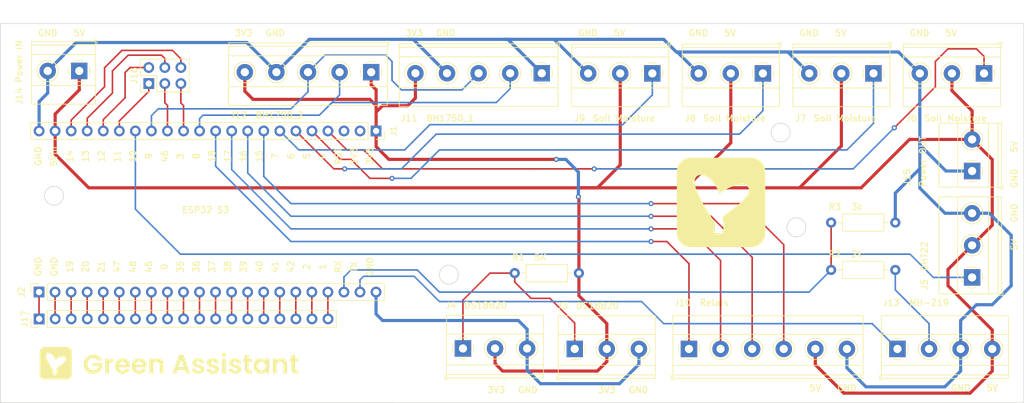
<source format=kicad_pcb>
(kicad_pcb (version 20211014) (generator pcbnew)
  (title_block (title "Green Assistant ESP Shield") (date "2025-06-24") (rev "1.0") (comment 1 "Author: Felix Wittwer"))
  (layers (0 "F.Cu" signal) (31 "B.Cu" signal) (34 "B.Paste" user) (35 "F.Paste" user) (36 "B.SilkS" user "B.Silkscreen") (37 "F.SilkS" user "F.Silkscreen") (38 "B.Mask" user) (39 "F.Mask" user) (44 "Edge.Cuts" user))
  (net 0 "")
  (net 1 "3V3")
  (net 2 "RST")
  (net 3 "5")
  (net 4 "6")
  (net 5 "7")
  (net 6 "15")
  (net 7 "16")
  (net 8 "17")
  (net 9 "18")
  (net 10 "8")
  (net 11 "3")
  (net 12 "46")
  (net 13 "9")
  (net 14 "10")
  (net 15 "11")
  (net 16 "12")
  (net 17 "13")
  (net 18 "14")
  (net 19 "GND")
  (net 20 "19")
  (net 21 "20")
  (net 22 "21")
  (net 23 "47")
  (net 24 "48")
  (net 25 "45")
  (net 26 "0")
  (net 27 "35")
  (net 28 "36")
  (net 29 "37")
  (net 30 "38")
  (net 31 "39")
  (net 32 "40")
  (net 33 "41")
  (net 34 "42")
  (net 35 "2")
  (net 36 "1")
  (net 37 "RX")
  (net 38 "TX")
  (net 39 "4")
  (net 40 "5V")
  (net 41 "Net-(J13-Pad2)")
  (footprint "TerminalBlock_Phoenix:TerminalBlock_Phoenix_MKDS-1,5-2_1x02_P5.00mm_Horizontal" (layer "F.Cu") (at 236.817 93.3415 90)
    (fp_text reference "J15")
    (fp_text value "Power OUT")
  )
  (footprint "Resistor_THT:R_Axial_DIN0207_L6.3mm_D2.5mm_P10.16mm_Horizontal" (layer "F.Cu") (at 214.5 101.5)
    (fp_text reference "R3")
    (fp_text value "3k")
  )
  (footprint "Connector_PinSocket_2.54mm:PinSocket_1x22_P2.54mm_Vertical" (layer "F.Cu") (at 142.48 87 -90)
    (fp_text reference "J1")
    (fp_text value "ESP_01")
  )
  (footprint "TerminalBlock_Phoenix:TerminalBlock_Phoenix_MKDS-1,5-3-5.08_1x03_P5.08mm_Horizontal" (layer "F.Cu") (at 186.201 77.89 180)
    (fp_text reference "J9")
    (fp_text value "Soil Moisture")
  )
  (footprint "TerminalBlock_Phoenix:TerminalBlock_Phoenix_MKDS-1,5-3-5.08_1x03_P5.08mm_Horizontal" (layer "F.Cu") (at 156.223 121.427)
    (fp_text reference "J4")
    (fp_text value "DS18B20")
  )
  (footprint "TerminalBlock_Phoenix:TerminalBlock_Phoenix_MKDS-1,5-2_1x02_P5.00mm_Horizontal" (layer "F.Cu") (at 95.5 77.5 180)
    (fp_text reference "J14")
    (fp_text value "Power IN")
  )
  (footprint "TerminalBlock_Phoenix:TerminalBlock_Phoenix_MKDS-1,5-3-5.08_1x03_P5.08mm_Horizontal" (layer "F.Cu") (at 173.915 121.5)
    (fp_text reference "J3")
    (fp_text value "DS18B20")
  )
  (footprint "Connector_PinHeader_2.54mm:PinHeader_1x19_P2.54mm_Vertical" (layer "F.Cu") (at 89.15 116.75 90)
    (fp_text reference "J17")
    (fp_text value "Conn_01x19")
  )
  (footprint "Resistor_THT:R_Axial_DIN0207_L6.3mm_D2.5mm_P10.16mm_Horizontal" (layer "F.Cu") (at 174.58 109.5 180)
    (fp_text reference "R1")
    (fp_text value "5K")
  )
  (footprint "Connector_PinSocket_2.54mm:PinSocket_1x22_P2.54mm_Vertical" (layer "F.Cu") (at 89.13 112.5 90)
    (fp_text reference "J2")
    (fp_text value "ESP_02")
  )
  (footprint "TerminalBlock_Phoenix:TerminalBlock_Phoenix_MKDS-1,5-3-5.08_1x03_P5.08mm_Horizontal" (layer "F.Cu") (at 221.201 77.89 180)
    (fp_text reference "J7")
    (fp_text value "Soil Moisture")
  )
  (footprint "TerminalBlock_Phoenix:TerminalBlock_Phoenix_MKDS-1,5-5_1x05_P5.00mm_Horizontal" (layer "F.Cu") (at 141.701 77.695001 180)
    (fp_text reference "J12")
    (fp_text value "BH1750_2")
  )
  (footprint "Connector_PinHeader_2.54mm:PinHeader_2x03_P2.54mm_Vertical" (layer "F.Cu") (at 106.5 79.5 90)
    (fp_text reference "J16")
    (fp_text value "Conn_02x03_Counter_Clockwise")
  )
  (footprint "TerminalBlock_Phoenix:TerminalBlock_Phoenix_MKDS-1,5-5_1x05_P5.00mm_Horizontal" (layer "F.Cu") (at 168.701 77.866001 180)
    (fp_text reference "J11")
    (fp_text value "BH1750_1")
  )
  (footprint "TerminalBlock_Phoenix:TerminalBlock_Phoenix_MKDS-1,5-3-5.08_1x03_P5.08mm_Horizontal" (layer "F.Cu") (at 236.817 110.183 90)
    (fp_text reference "J5")
    (fp_text value "DHT22")
  )
  (footprint "TerminalBlock_Phoenix:TerminalBlock_Phoenix_MKDS-1,5-4_1x04_P5.00mm_Horizontal" (layer "F.Cu") (at 225 121.5)
    (fp_text reference "J13")
    (fp_text value "MH-Z19")
  )
  (footprint "Resistor_THT:R_Axial_DIN0207_L6.3mm_D2.5mm_P10.16mm_Horizontal" (layer "F.Cu") (at 214.5 109)
    (fp_text reference "R2")
    (fp_text value "2k")
  )
  (footprint "TerminalBlock_Phoenix:TerminalBlock_Phoenix_MKDS-1,5-6_1x06_P5.00mm_Horizontal" (layer "F.Cu") (at 192 121.5)
    (fp_text reference "J10")
    (fp_text value "Relais")
  )
  (footprint "TerminalBlock_Phoenix:TerminalBlock_Phoenix_MKDS-1,5-3-5.08_1x03_P5.08mm_Horizontal" (layer "F.Cu") (at 238.701 77.89 180)
    (fp_text reference "J6")
    (fp_text value "Soil Moisture")
  )
  (footprint "TerminalBlock_Phoenix:TerminalBlock_Phoenix_MKDS-1,5-3-5.08_1x03_P5.08mm_Horizontal" (layer "F.Cu") (at 203.701 77.89 180)
    (fp_text reference "J8")
    (fp_text value "Soil Moisture")
  )
  (gr_poly (pts (xy 118.696069 125.401645) (xy 118.099847 125.401645) (xy 118.099847 123.042407) (xy 118.696069 123.042407)) (layer "F.SilkS") (width 0) (fill solid))
  (gr_poly (pts (xy 105.025349 123.00465) (xy 105.066556 123.006347) (xy 105.107197 123.009174) (xy 105.147272 123.013133) (xy 105.186781 123.018223) (xy 105.225724 123.024445) (xy 105.2641 123.031797) (xy 105.301911 123.04028) (xy 105.339156 123.049895) (xy 105.375836 123.060641) (xy 105.41195 123.072518) (xy 105.447498 123.085526) (xy 105.482481 123.099666) (xy 105.516899 123.114936) (xy 105.550751 123.131338) (xy 105.584039 123.148871) (xy 105.617093 123.167453) (xy 105.649183 123.186999) (xy 105.680307 123.20751) (xy 105.710467 123.228986) (xy 105.739662 123.251426) (xy 105.767892 123.274832) (xy 105.795158 123.299202) (xy 105.821458 123.324537) (xy 105.846793 123.350837) (xy 105.871164 123.378102) (xy 105.894569 123.406331) (xy 105.91701 123.435525) (xy 105.938486 123.465684) (xy 105.958997 123.496808) (xy 105.978543 123.528897) (xy 105.997125 123.56195) (xy 106.015173 123.59527) (xy 106.032058 123.629222) (xy 106.047778 123.663806) (xy 106.062333 123.699022) (xy 106.075724 123.73487) (xy 106.087951 123.77135) (xy 106.099013 123.808463) (xy 106.108911 123.846207) (xy 106.117644 123.884583) (xy 106.125213 123.923592) (xy 106.131617 123.963232) (xy 106.136857 124.003505) (xy 106.140933 124.04441) (xy 106.143844 124.085947) (xy 106.14559 124.128115) (xy 106.146172 124.170916) (xy 106.146142 124.170916) (xy 106.145876 124.202457) (xy 106.145078 124.2332) (xy 106.143749 124.263143) (xy 106.141889 124.292288) (xy 106.139498 124.320634) (xy 106.136576 124.348182) (xy 106.133125 124.374931) (xy 106.129144 124.400882) (xy 104.404443 124.400882) (xy 104.407641 124.432388) (xy 104.411904 124.46303) (xy 104.417231 124.492806) (xy 104.423623 124.521718) (xy 104.431078 124.549764) (xy 104.439597 124.576946) (xy 104.449181 124.603262) (xy 104.459828 124.628714) (xy 104.47154 124.6533) (xy 104.484315 124.677021) (xy 104.498154 124.699878) (xy 104.513057 124.721869) (xy 104.529024 124.742996) (xy 104.546054 124.763257) (xy 104.564149 124.782653) (xy 104.583306 124.801185) (xy 104.603284 124.818717) (xy 104.623828 124.835119) (xy 104.644938 124.850389) (xy 104.666614 124.864529) (xy 104.688855 124.877537) (xy 104.711662 124.889415) (xy 104.735035 124.900161) (xy 104.758973 124.909776) (xy 104.783477 124.91826) (xy 104.808547 124.925613) (xy 104.834183 124.931835) (xy 104.860385 124.936925) (xy 104.887152 124.940885) (xy 104.914485 124.943713) (xy 104.942384 124.94541) (xy 104.970849 124.945975) (xy 105.01162 124.944861) (xy 105.050893 124.941517) (xy 105.08867 124.935945) (xy 105.124949 124.928143) (xy 105.159732 124.918112) (xy 105.193017 124.905853) (xy 105.224806 124.891364) (xy 105.255097 124.874646) (xy 105.283892 124.855699) (xy 105.311189 124.834523) (xy 105.33699 124.811118) (xy 105.361293 124.785484) (xy 105.384099 124.75762) (xy 105.405408 124.727528) (xy 105.425221 124.695206) (xy 105.443536 124.660655) (xy 106.086572 124.660655) (xy 106.073063 124.702775) (xy 106.05809 124.743963) (xy 106.041654 124.784219) (xy 106.023755 124.823544) (xy 106.004391 124.861937) (xy 105.983565 124.899398) (xy 105.961274 124.935928) (xy 105.93752 124.971527) (xy 105.912302 125.006193) (xy 105.88562 125.039928) (xy 105.857475 125.072732) (xy 105.827865 125.104604) (xy 105.796792 125.135545) (xy 105.764254 125.165554) (xy 105.730253 125.194631) (xy 105.694787 125.222777) (xy 105.658069 125.249078) (xy 105.62032 125.273682) (xy 105.581541 125.296589) (xy 105.541732 125.317799) (xy 105.500893 125.337312) (xy 105.459022 125.355129) (xy 105.416121 125.371249) (xy 105.37219 125.385672) (xy 105.327227 125.398398) (xy 105.281232 125.409428) (xy 105.234207 125.41876) (xy 105.18615 125.426396) (xy 105.137062 125.432335) (xy 105.086941 125.436577) (xy 105.035789 125.439122) (xy 104.983605 125.439971) (xy 104.941283 125.439389) (xy 104.899493 125.437642) (xy 104.858235 125.434731) (xy 104.817511 125.430655) (xy 104.777319 125.425415) (xy 104.73766 125.419011) (xy 104.698534 125.411442) (xy 104.65994 125.402709) (xy 104.621878 125.392811) (xy 104.584349 125.381749) (xy 104.547353 125.369522) (xy 104.510889 125.356131) (xy 104.474957 125.341576) (xy 104.439557 125.325856) (xy 104.40469 125.308972) (xy 104.370355 125.290923) (xy 104.337269 125.271277) (xy 104.305082 125.250666) (xy 104.273792 125.22909) (xy 104.2434 125.206549) (xy 104.213906 125.183044) (xy 104.18531 125.158574) (xy 104.157612 125.133138) (xy 104.130813 125.106738) (xy 104.104911 125.079374) (xy 104.079908 125.051044) (xy 104.055803 125.02175) (xy 104.032596 124.99149) (xy 104.010288 124.960266) (xy 103.988878 124.928077) (xy 103.968367 124.894923) (xy 103.948754 124.860804) (xy 103.930706 124.825871) (xy 103.913821 124.790273) (xy 103.898101 124.754009) (xy 103.883546 124.717079) (xy 103.870155 124.679484) (xy 103.857928 124.641224) (xy 103.846866 124.602298) (xy 103.836968 124.562707) (xy 103.828235 124.52245) (xy 103.820666 124.481529) (xy 103.814262 124.439941) (xy 103.809022 124.397689) (xy 103.804946 124.354771) (xy 103.802035 124.311188) (xy 103.800289 124.26694) (xy 103.799706 124.222026) (xy 103.800289 124.176595) (xy 103.802035 124.131864) (xy 103.804946 124.08783) (xy 103.809022 124.044496) (xy 103.814262 124.001861) (xy 103.814458 124.000579) (xy 104.408654 124.000579) (xy 105.528649 124.000579) (xy 105.527491 123.972199) (xy 105.525103 123.944552) (xy 105.521486 123.917636) (xy 105.516639 123.891453) (xy 105.510562 123.866001) (xy 105.503256 123.841282) (xy 105.494721 123.817294) (xy 105.484956 123.794039) (xy 105.473961 123.771515) (xy 105.461737 123.749723) (xy 105.448284 123.728664) (xy 105.4336 123.708336) (xy 105.417688 123.68874) (xy 105.400546 123.669877) (xy 105.382174 123.651745) (xy 105.362573 123.634345) (xy 105.342062 123.617328) (xy 105.320986 123.601409) (xy 105.299344 123.586587) (xy 105.277137 123.572864) (xy 105.254363 123.560238) (xy 105.231024 123.54871) (xy 105.207119 123.53828) (xy 105.182649 123.528948) (xy 105.157612 123.520714) (xy 105.13201 123.513578) (xy 105.105842 123.507539) (xy 105.079108 123.502599) (xy 105.051809 123.498756) (xy 105.023943 123.496011) (xy 104.995512 123.494364) (xy 104.966516 123.493815) (xy 104.939104 123.494348) (xy 104.912223 123.495944) (xy 104.885875 123.498606) (xy 104.860058 123.502332) (xy 104.834773 123.507123) (xy 104.81002 123.512978) (xy 104.785799 123.519898) (xy 104.762111 123.527882) (xy 104.738954 123.536931) (xy 104.716331 123.547045) (xy 104.694239 123.558223) (xy 104.672681 123.570466) (xy 104.651655 123.583773) (xy 104.631162 123.598146) (xy 104.611202 123.613582) (xy 104.591775 123.630084) (xy 104.573593 123.647002) (xy 104.556309 123.664751) (xy 104.539923 123.683332) (xy 104.524436 123.702745) (xy 104.509846 123.72299) (xy 104.496155 123.744067) (xy 104.483362 123.765975) (xy 104.471467 123.788715) (xy 104.460471 123.812287) (xy 104.450373 123.836691) (xy 104.441173 123.861926) (xy 104.432872 123.887993) (xy 104.42547 123.914892) (xy 104.418966 123.942623) (xy 104.413361 123.971185) (xy 104.408654 124.000579) (xy 103.814458 124.000579) (xy 103.820666 123.959924) (xy 103.828235 123.918686) (xy 103.836968 123.878147) (xy 103.846866 123.838306) (xy 103.857928 123.799164) (xy 103.870155 123.76072) (xy 103.883546 123.722976) (xy 103.898101 123.685929) (xy 103.913821 123.649582) (xy 103.930706 123.613933) (xy 103.948754 123.578982) (xy 103.967851 123.544881) (xy 103.98788 123.511777) (xy 104.008841 123.479672) (xy 104.030733 123.448565) (xy 104.053558 123.418455) (xy 104.077313 123.389344) (xy 104.102001 123.361231) (xy 104.12762 123.334116) (xy 104.15417 123.307999) (xy 104.181652 123.28288) (xy 104.210065 123.258759) (xy 104.239409 123.235636) (xy 104.269685 123.213511) (xy 104.300891 123.192384) (xy 104.333029 123.172255) (xy 104.366097 123.153125) (xy 104.399948 123.135077) (xy 104.434431 123.118194) (xy 104.469546 123.102475) (xy 104.505294 123.087921) (xy 104.541674 123.07453) (xy 104.578687 123.062304) (xy 104.616332 123.051243) (xy 104.654609 123.041346) (xy 104.693518 123.032613) (xy 104.733059 123.025044) (xy 104.773232 123.01864) (xy 104.814037 123.0134) (xy 104.855474 123.009324) (xy 104.897543 123.006413) (xy 104.940243 123.004667) (xy 104.983575 123.004085)) (layer "F.SilkS") (width 0) (fill solid))
  (gr_poly (pts (xy 127.451623 123.008323) (xy 127.503686 123.009371) (xy 127.554485 123.012515) (xy 127.604021 123.017755) (xy 127.652294 123.02509) (xy 127.699303 123.034522) (xy 127.745049 123.04605) (xy 127.789531 123.059674) (xy 127.832749 123.075394) (xy 127.874704 123.09321) (xy 127.915394 123.113122) (xy 127.954821 123.13513) (xy 127.992983 123.159234) (xy 128.029881 123.185434) (xy 128.065515 123.21373) (xy 128.099884 123.244122) (xy 128.132989 123.27661) (xy 128.164442 123.310446) (xy 128.193866 123.345945) (xy 128.221261 123.383108) (xy 128.246628 123.421934) (xy 128.269966 123.462423) (xy 128.291275 123.504576) (xy 128.310555 123.548393) (xy 128.327806 123.593873) (xy 128.343027 123.641016) (xy 128.35622 123.689823) (xy 128.367383 123.740294) (xy 128.376516 123.792428) (xy 128.38362 123.846226) (xy 128.388695 123.901687) (xy 128.39174 123.958812) (xy 128.392755 124.0176) (xy 128.392755 125.401629) (xy 127.796563 125.401629) (xy 127.796563 124.098514) (xy 127.796014 124.063897) (xy 127.794367 124.030311) (xy 127.791623 123.997756) (xy 127.78778 123.966233) (xy 127.782839 123.935741) (xy 127.776801 123.90628) (xy 127.769664 123.87785) (xy 127.76143 123.850452) (xy 127.752097 123.824085) (xy 127.741667 123.798749) (xy 127.730139 123.774444) (xy 127.717513 123.751171) (xy 127.703789 123.728929) (xy 127.688967 123.707719) (xy 127.673047 123.687539) (xy 127.65603 123.668391) (xy 127.638064 123.649828) (xy 127.619299 123.632462) (xy 127.599735 123.616293) (xy 127.579372 123.601322) (xy 127.55821 123.587549) (xy 127.53625 123.574974) (xy 127.513491 123.563596) (xy 127.489934 123.553416) (xy 127.465578 123.544433) (xy 127.440423 123.536648) (xy 127.41447 123.530061) (xy 127.387719 123.524671) (xy 127.360169 123.52048) (xy 127.33182 123.517485) (xy 127.302674 123.515689) (xy 127.272729 123.51509) (xy 127.242258 123.515689) (xy 127.212584 123.517485) (xy 127.18371 123.52048) (xy 127.155633 123.524671) (xy 127.128355 123.530061) (xy 127.101874 123.536648) (xy 127.076192 123.544433) (xy 127.051309 123.553416) (xy 127.027223 123.563596) (xy 127.003936 123.574974) (xy 126.981447 123.587549) (xy 126.959756 123.601322) (xy 126.938863 123.616293) (xy 126.918769 123.632462) (xy 126.899473 123.649828) (xy 126.880975 123.668391) (xy 126.863957 123.687539) (xy 126.848037 123.707717) (xy 126.833215 123.728928) (xy 126.819491 123.751169) (xy 126.806865 123.774442) (xy 126.795337 123.798746) (xy 126.784907 123.824082) (xy 126.775575 123.850449) (xy 126.76734 123.877847) (xy 126.760204 123.906277) (xy 126.754165 123.935738) (xy 126.749225 123.966231) (xy 126.745382 123.997754) (xy 126.742637 124.030309) (xy 126.74099 124.063896) (xy 126.740441 124.098514) (xy 126.740441 125.401629) (xy 126.144189 125.401629) (xy 126.144189 123.042392) (xy 126.740441 123.042392) (xy 126.740441 123.33623) (xy 126.755592 123.317333) (xy 126.771242 123.298967) (xy 126.787392 123.281135) (xy 126.804041 123.263834) (xy 126.821191 123.247066) (xy 126.83884 123.23083) (xy 126.856989 123.215127) (xy 126.875638 123.199956) (xy 126.894786 123.185317) (xy 126.914434 123.171211) (xy 126.934581 123.157637) (xy 126.955228 123.144595) (xy 126.976375 123.132085) (xy 126.99802 123.120108) (xy 127.020165 123.108663) (xy 127.042809 123.097751) (xy 127.066363 123.086921) (xy 127.090182 123.07679) (xy 127.114268 123.067358) (xy 127.13862 123.058625) (xy 127.163238 123.05059) (xy 127.188122 123.043254) (xy 127.213273 123.036616) (xy 127.23869 123.030677) (xy 127.264374 123.025437) (xy 127.290324 123.020896) (xy 127.316541 123.017053) (xy 127.343024 123.013908) (xy 127.369774 123.011463) (xy 127.39679 123.009716) (xy 127.424073 123.008668) (xy 127.451623 123.008319)) (layer "F.SilkS") (width 0) (fill solid))
  (gr_poly (pts (xy 124.213853 123.004504) (xy 124.246059 123.005752) (xy 124.277732 123.007831) (xy 124.308871 123.010742) (xy 124.339478 123.014485) (xy 124.369552 123.019059) (xy 124.399093 123.024466) (xy 124.428102 123.030703) (xy 124.456577 123.037773) (xy 124.484519 123.045674) (xy 124.511929 123.054407) (xy 124.538806 123.063971) (xy 124.56515 123.074367) (xy 124.590961 123.085595) (xy 124.616239 123.097654) (xy 124.640984 123.110545) (xy 124.665686 123.12407) (xy 124.689756 123.138028) (xy 124.713195 123.152417) (xy 124.736003 123.16724) (xy 124.758179 123.182495) (xy 124.779723 123.198182) (xy 124.800636 123.214302) (xy 124.820916 123.230854) (xy 124.840564 123.247839) (xy 124.85958 123.265256) (xy 124.877963 123.283105) (xy 124.895713 123.301387) (xy 124.91283 123.320102) (xy 124.929314 123.339249) (xy 124.945164 123.358828) (xy 124.960381 123.37884) (xy 124.960381 123.042415) (xy 125.560876 123.042415) (xy 125.560876 125.401648) (xy 124.960381 125.401648) (xy 124.960381 125.056712) (xy 124.945664 125.077255) (xy 124.930248 125.097366) (xy 124.914132 125.117045) (xy 124.897318 125.136291) (xy 124.879804 125.155104) (xy 124.861591 125.173485) (xy 124.842679 125.191434) (xy 124.823068 125.20895) (xy 124.802757 125.226034) (xy 124.781746 125.242686) (xy 124.760035 125.258905) (xy 124.737625 125.274691) (xy 124.714515 125.290046) (xy 124.690705 125.304968) (xy 124.666195 125.319457) (xy 124.640984 125.333514) (xy 124.615718 125.346406) (xy 124.589952 125.358467) (xy 124.563688 125.369695) (xy 124.536924 125.380092) (xy 124.509661 125.389657) (xy 124.481899 125.398391) (xy 124.453638 125.406293) (xy 124.424878 125.413362) (xy 124.395619 125.419601) (xy 124.365862 125.425007) (xy 124.335605 125.429582) (xy 124.30485 125.433324) (xy 124.273596 125.436236) (xy 124.241844 125.438315) (xy 124.209592 125.439563) (xy 124.176843 125.439979) (xy 124.139775 125.43938) (xy 124.103107 125.437583) (xy 124.066839 125.434588) (xy 124.03097 125.430396) (xy 123.995501 125.425006) (xy 123.960432 125.418418) (xy 123.925762 125.410633) (xy 123.891492 125.401649) (xy 123.857621 125.391468) (xy 123.82415 125.380089) (xy 123.791078 125.367513) (xy 123.758405 125.353738) (xy 123.726132 125.338766) (xy 123.694258 125.322596) (xy 123.662783 125.305228) (xy 123.631707 125.286662) (xy 123.601752 125.267017) (xy 123.572561 125.246407) (xy 123.544136 125.224832) (xy 123.516476 125.202293) (xy 123.48958 125.178788) (xy 123.46345 125.154318) (xy 123.438084 125.128884) (xy 123.413484 125.102485) (xy 123.389647 125.07512) (xy 123.366576 125.046791) (xy 123.344268 125.017497) (xy 123.322725 124.987238) (xy 123.301947 124.956015) (xy 123.281932 124.923826) (xy 123.262681 124.890673) (xy 123.244195 124.856555) (xy 123.227172 124.821106) (xy 123.211247 124.785024) (xy 123.196421 124.748311) (xy 123.182694 124.710965) (xy 123.170065 124.672988) (xy 123.158534 124.634378) (xy 123.148102 124.595137) (xy 123.138768 124.555263) (xy 123.130533 124.514757) (xy 123.123395 124.473619) (xy 123.117356 124.43185) (xy 123.112415 124.389448) (xy 123.108572 124.346414) (xy 123.105827 124.302748) (xy 123.10418 124.258449) (xy 123.103631 124.213519) (xy 123.103631 124.213515) (xy 123.103631 124.213492) (xy 123.71267 124.213492) (xy 123.713003 124.239907) (xy 123.714001 124.265923) (xy 123.715664 124.29154) (xy 123.717992 124.316758) (xy 123.720985 124.341577) (xy 123.724644 124.365996) (xy 123.728967 124.390016) (xy 123.733956 124.413638) (xy 123.73961 124.43686) (xy 123.74593 124.459682) (xy 123.752914 124.482106) (xy 123.760564 124.504131) (xy 123.768879 124.525756) (xy 123.777859 124.546982) (xy 123.787504 124.567809) (xy 123.797814 124.588237) (xy 123.809195 124.60765) (xy 123.820974 124.626498) (xy 123.833153 124.64478) (xy 123.845731 124.662497) (xy 123.858708 124.679648) (xy 123.872084 124.696233) (xy 123.885859 124.712253) (xy 123.900033 124.727708) (xy 123.914606 124.742597) (xy 123.929579 124.75692) (xy 123.94495 124.770678) (xy 123.960721 124.78387) (xy 123.976891 124.796496) (xy 123.99346 124.808557) (xy 124.010428 124.820052) (xy 124.027795 124.830981) (xy 124.04596 124.841295) (xy 124.064258 124.850943) (xy 124.08269 124.859926) (xy 124.101254 124.868244) (xy 124.119951 124.875896) (xy 124.138781 124.882883) (xy 124.157744 124.889204) (xy 124.176839 124.89486) (xy 124.196067 124.89985) (xy 124.215428 124.904175) (xy 124.234921 124.907835) (xy 124.254547 124.910829) (xy 124.274305 124.913158) (xy 124.294196 124.914821) (xy 124.314219 124.915819) (xy 124.334374 124.916152) (xy 124.355056 124.915836) (xy 124.37557 124.914888) (xy 124.395918 124.913307) (xy 124.416098 124.911095) (xy 124.436111 124.908251) (xy 124.455957 124.904774) (xy 124.475636 124.900665) (xy 124.495149 124.895924) (xy 124.514495 124.890552) (xy 124.533674 124.884547) (xy 124.552687 124.877909) (xy 124.571533 124.87064) (xy 124.590213 124.862739) (xy 124.608727 124.854205) (xy 124.627075 124.84504) (xy 124.645257 124.835242) (xy 124.663118 124.824329) (xy 124.680513 124.812883) (xy 124.697444 124.800906) (xy 124.71391 124.788396) (xy 124.72991 124.775354) (xy 124.745446 124.761779) (xy 124.760516 124.747673) (xy 124.775121 124.733034) (xy 124.78926 124.717863) (xy 124.802935 124.70216) (xy 124.816144 124.685924) (xy 124.828887 124.669157) (xy 124.841166 124.651857) (xy 124.852978 124.634024) (xy 124.864325 124.61566) (xy 124.875207 124.596763) (xy 124.885517 124.576834) (xy 124.895163 124.556439) (xy 124.904143 124.535578) (xy 124.912457 124.514252) (xy 124.920107 124.49246) (xy 124.927092 124.470202) (xy 124.933411 124.447479) (xy 124.939065 124.424289) (xy 124.944054 124.400634) (xy 124.948378 124.376513) (xy 124.952036 124.351926) (xy 124.955029 124.326874) (xy 124.957358 124.301356) (xy 124.959021 124.275372) (xy 124.960018 124.248922) (xy 124.960351 124.222007) (xy 124.960018 124.195108) (xy 124.959021 124.168708) (xy 124.957358 124.142808) (xy 124.955029 124.117406) (xy 124.952036 124.092504) (xy 124.948378 124.0681) (xy 124.944054 124.044196) (xy 124.939065 124.02079) (xy 124.933411 123.997883) (xy 124.927092 123.975476) (xy 124.920107 123.953567) (xy 124.912457 123.932158) (xy 124.904143 123.911247) (xy 124.895163 123.890835) (xy 124.885517 123.870922) (xy 124.875207 123.851508) (xy 124.864325 123.832113) (xy 124.852977 123.813316) (xy 124.841163 123.795119) (xy 124.828883 123.77752) (xy 124.816138 123.76052) (xy 124.802927 123.744118) (xy 124.789251 123.728316) (xy 124.775109 123.713112) (xy 124.760503 123.698507) (xy 124.745432 123.6845) (xy 124.729897 123.671093) (xy 124.713897 123.658284) (xy 124.697433 123.646074) (xy 124.680505 123.634462) (xy 124.663113 123.62345) (xy 124.645257 123.613036) (xy 124.627075 123.602722) (xy 124.608727 123.593074) (xy 124.590213 123.584091) (xy 124.571533 123.575773) (xy 124.552687 123.56812) (xy 124.533674 123.561133) (xy 124.514495 123.554812) (xy 124.495149 123.549156) (xy 124.475636 123.544165) (xy 124.455957 123.53984) (xy 124.436111 123.53618) (xy 124.416098 123.533185) (xy 124.395918 123.530856) (xy 124.37557 123.529192) (xy 124.355056 123.528194) (xy 124.334374 123.527862) (xy 124.31372 123.528178) (xy 124.293264 123.529126) (xy 124.273008 123.530706) (xy 124.25295 123.532918) (xy 124.233092 123.535763) (xy 124.213432 123.53924) (xy 124.193972 123.543348) (xy 124.17471 123.548089) (xy 124.155648 123.553463) (xy 124.136785 123.559468) (xy 124.118122 123.566105) (xy 124.099658 123.573375) (xy 124.081393 123.581277) (xy 124.063327 123.589811) (xy 124.045461 123.598977) (xy 124.027795 123.608775) (xy 124.010427 123.619188) (xy 123.993458 123.6302) (xy 123.976888 123.641811) (xy 123.960717 123.654021) (xy 123.944944 123.66683) (xy 123.929571 123.680238) (xy 123.914596 123.694245) (xy 123.900022 123.70885) (xy 123.885846 123.724055) (xy 123.87207 123.739858) (xy 123.858694 123.75626) (xy 123.845718 123.773262) (xy 123.833142 123.790862) (xy 123.820966 123.80906) (xy 123.80919 123.827858) (xy 123.797814 123.847255) (xy 123.787504 123.866651) (xy 123.777859 123.886513) (xy 123.768879 123.906841) (xy 123.760564 123.927634) (xy 123.752914 123.948894) (xy 123.74593 123.970619) (xy 123.73961 123.99281) (xy 123.733956 124.015468) (xy 123.728967 124.03859) (xy 123.724644 124.062179) (xy 123.720985 124.086234) (xy 123.717992 124.110754) (xy 123.715664 124.13574) (xy 123.714001 124.161192) (xy 123.713003 124.187109) (xy 123.71267 124.213492) (xy 123.103631 124.213492) (xy 123.10418 124.169116) (xy 123.105827 124.125348) (xy 123.108572 124.082214) (xy 123.112415 124.039711) (xy 123.117356 123.99784) (xy 123.123395 123.956602) (xy 123.130533 123.915996) (xy 123.138768 123.876022) (xy 123.148102 123.83668) (xy 123.158534 123.79797) (xy 123.170065 123.759893) (xy 123.182694 123.722447) (xy 123.196421 123.685634) (xy 123.211247 123.649453) (xy 123.227172 123.613903) (xy 123.244195 123.578986) (xy 123.262681 123.544885) (xy 123.281932 123.511781) (xy 123.301947 123.479676) (xy 123.322725 123.448569) (xy 123.344268 123.418459) (xy 123.366576 123.389348) (xy 123.389647 123.361235) (xy 123.413484 123.33412) (xy 123.438084 123.308003) (xy 123.46345 123.282884) (xy 123.48958 123.258763) (xy 123.516476 123.23564) (xy 123.544136 123.213515) (xy 123.572561 123.192388) (xy 123.601752 123.172259) (xy 123.631707 123.153129) (xy 123.6628 123.135081) (xy 123.694325 123.118198) (xy 123.726283 123.102479) (xy 123.758674 123.087925) (xy 123.791497 123.074534) (xy 123.824753 123.062308) (xy 123.858442 123.051247) (xy 123.892564 123.041349) (xy 123.927118 123.032616) (xy 123.962105 123.025048) (xy 123.997525 123.018644) (xy 124.033378 123.013404) (xy 124.069663 123.009328) (xy 124.106381 123.006417) (xy 124.143532 123.004671) (xy 124.181115 123.004088)) (layer "F.SilkS") (width 0) (fill solid))
  (gr_poly (pts (xy 129.653405 123.042426) (xy 130.181451 123.042426) (xy 130.181451 123.532153) (xy 129.653283 123.532119) (xy 129.653283 124.673415) (xy 129.6535 124.688071) (xy 129.65415 124.702227) (xy 129.655233 124.715885) (xy 129.65675 124.729043) (xy 129.6587 124.741702) (xy 129.661083 124.753862) (xy 129.6639 124.765523) (xy 129.66715 124.776684) (xy 129.670832 124.787347) (xy 129.674948 124.79751) (xy 129.679497 124.807175) (xy 129.684478 124.81634) (xy 129.689893 124.825006) (xy 129.69574 124.833173) (xy 129.702021 124.840841) (xy 129.708734 124.84801) (xy 129.716505 124.854203) (xy 129.724873 124.859997) (xy 129.733837 124.86539) (xy 129.743397 124.870385) (xy 129.753554 124.874979) (xy 129.764307 124.879174) (xy 129.775657 124.88297) (xy 129.787602 124.886366) (xy 129.800144 124.889362) (xy 129.813282 124.891959) (xy 129.827016 124.894156) (xy 129.841346 124.895954) (xy 129.856272 124.897352) (xy 129.871794 124.898351) (xy 129.887912 124.89895) (xy 129.904626 124.89915) (xy 130.18142 124.89915) (xy 130.18142 125.40166) (xy 129.806664 125.40166) (xy 129.715395 125.398799) (xy 129.671968 125.395222) (xy 129.630013 125.390215) (xy 129.589531 125.383777) (xy 129.55052 125.375909) (xy 129.512981 125.36661) (xy 129.476915 125.35588) (xy 129.44232 125.34372) (xy 129.409198 125.330129) (xy 129.377547 125.315108) (xy 129.347369 125.298655) (xy 129.318663 125.280773) (xy 129.291428 125.261459) (xy 129.265666 125.240716) (xy 129.241376 125.218541) (xy 129.218558 125.194936) (xy 129.197212 125.1699) (xy 129.177338 125.143434) (xy 129.158936 125.115537) (xy 129.142007 125.08621) (xy 129.126549 125.055452) (xy 129.112564 125.023263) (xy 129.10005 124.989644) (xy 129.089009 124.954594) (xy 129.07944 124.918113) (xy 129.071343 124.880202) (xy 129.064719 124.840861) (xy 129.059566 124.800088) (xy 129.055886 124.757886) (xy 129.053677 124.714252) (xy 129.052941 124.669188) (xy 129.052941 123.532153) (xy 128.771874 123.532153) (xy 128.771874 123.042426) (xy 129.052941 123.042426) (xy 129.052941 122.459002) (xy 129.653405 122.459002)) (layer "F.SilkS") (width 0) (fill solid))
  (gr_poly (pts (xy 113.057763 125.401641) (xy 112.427514 125.401641) (xy 112.231622 124.835257) (xy 111.047753 124.835257) (xy 110.85183 125.401641) (xy 110.225823 125.401641) (xy 110.600475 124.358302) (xy 111.209558 124.358302) (xy 112.069787 124.358302) (xy 111.639672 123.11481) (xy 111.209558 124.358302) (xy 110.600475 124.358302) (xy 111.294732 122.424918) (xy 111.988854 122.424918)) (layer "F.SilkS") (width 0) (fill solid))
  (gr_poly (pts (xy 93.559789 121.179818) (xy 93.600475 121.182893) (xy 93.640556 121.187957) (xy 93.679983 121.194961) (xy 93.718707 121.203855) (xy 93.756677 121.214591) (xy 93.793846 121.227117) (xy 93.830162 121.241386) (xy 93.865577 121.257348) (xy 93.900041 121.274952) (xy 93.933506 121.29415) (xy 93.96592 121.314893) (xy 93.997235 121.33713) (xy 94.027402 121.360813) (xy 94.056371 121.385891) (xy 94.084092 121.412316) (xy 94.110516 121.440037) (xy 94.135594 121.469007) (xy 94.159276 121.499174) (xy 94.181513 121.530489) (xy 94.202255 121.562904) (xy 94.221453 121.596369) (xy 94.239057 121.630833) (xy 94.255018 121.666249) (xy 94.269287 121.702565) (xy 94.281813 121.739734) (xy 94.292548 121.777704) (xy 94.301442 121.816428) (xy 94.308446 121.855855) (xy 94.31351 121.895936) (xy 94.316584 121.936622) (xy 94.31762 121.977862) (xy 94.31762 125.525062) (xy 94.316584 125.566302) (xy 94.31351 125.606988) (xy 94.308446 125.647069) (xy 94.301442 125.686496) (xy 94.292548 125.72522) (xy 94.281813 125.76319) (xy 94.269287 125.800359) (xy 94.255018 125.836676) (xy 94.239057 125.872091) (xy 94.221453 125.906556) (xy 94.202255 125.940021) (xy 94.181513 125.972436) (xy 94.159276 126.003751) (xy 94.135594 126.033919) (xy 94.110516 126.062888) (xy 94.084092 126.09061) (xy 94.056371 126.117035) (xy 94.027402 126.142113) (xy 93.997235 126.165796) (xy 93.96592 126.188034) (xy 93.933506 126.208776) (xy 93.900041 126.227975) (xy 93.865577 126.245579) (xy 93.830162 126.261541) (xy 93.793846 126.27581) (xy 93.756677 126.288337) (xy 93.718707 126.299072) (xy 93.679983 126.307967) (xy 93.640556 126.314971) (xy 93.600475 126.320035) (xy 93.559789 126.323109) (xy 93.518548 126.324145) (xy 90.021295 126.324145) (xy 89.980054 126.323109) (xy 89.939368 126.320035) (xy 89.899287 126.314971) (xy 89.85986 126.307967) (xy 89.821136 126.299072) (xy 89.783165 126.288337) (xy 89.745997 126.27581) (xy 89.709681 126.261541) (xy 89.674265 126.245579) (xy 89.639801 126.227975) (xy 89.606337 126.208776) (xy 89.573922 126.188034) (xy 89.542607 126.165796) (xy 89.51244 126.142113) (xy 89.483472 126.117035) (xy 89.45575 126.09061) (xy 89.429326 126.062888) (xy 89.404248 126.033919) (xy 89.380566 126.003751) (xy 89.358329 125.972436) (xy 89.337587 125.940021) (xy 89.31839 125.906556) (xy 89.300785 125.872091) (xy 89.284824 125.836676) (xy 89.270556 125.800359) (xy 89.258029 125.76319) (xy 89.247294 125.72522) (xy 89.2384 125.686496) (xy 89.231397 125.647069) (xy 89.226333 125.606988) (xy 89.223258 125.566302) (xy 89.222222 125.525062) (xy 89.222222 122.581332) (xy 90.245714 122.581332) (xy 90.248715 122.634135) (xy 90.254704 122.686746) (xy 90.26351 122.739281) (xy 90.27496 122.791857) (xy 90.288883 122.84459) (xy 90.305107 122.897596) (xy 90.323461 122.950991) (xy 90.343771 123.004892) (xy 90.365867 123.059415) (xy 90.414728 123.170791) (xy 90.468669 123.28605) (xy 90.526315 123.406123) (xy 90.58713 123.529739) (xy 90.65096 123.654258) (xy 90.71702 123.778564) (xy 90.784522 123.901539) (xy 90.852682 124.022064) (xy 90.920713 124.139022) (xy 90.98783 124.251294) (xy 91.053246 124.357764) (xy 91.11613 124.45725) (xy 91.146424 124.50406) (xy 91.17587 124.548781) (xy 91.204408 124.591311) (xy 91.231976 124.631547) (xy 91.258514 124.669388) (xy 91.283959 124.704734) (xy 91.296243 124.721433) (xy 91.308238 124.737488) (xy 91.319999 124.752937) (xy 91.331578 124.767818) (xy 91.343031 124.782171) (xy 91.354409 124.796033) (xy 91.365768 124.809443) (xy 91.37716 124.82244) (xy 91.380749 124.826424) (xy 91.384388 124.830388) (xy 91.388081 124.834336) (xy 91.391831 124.838275) (xy 91.395641 124.84221) (xy 91.399515 124.846148) (xy 91.407464 124.854052) (xy 91.414341 124.93935) (xy 91.41833 125.024273) (xy 91.419427 125.108821) (xy 91.417628 125.192991) (xy 91.412929 125.276784) (xy 91.405325 125.360197) (xy 91.394812 125.44323) (xy 91.381387 125.525882) (xy 91.842629 125.525882) (xy 91.857981 125.484232) (xy 91.871379 125.441528) (xy 91.882842 125.397792) (xy 91.892387 125.353043) (xy 91.900034 125.307304) (xy 91.905799 125.260594) (xy 91.9097 125.212934) (xy 91.911756 125.164346) (xy 91.911983 125.114849) (xy 91.910401 125.064465) (xy 91.907027 125.013214) (xy 91.901878 124.961117) (xy 91.894974 124.908195) (xy 91.88633 124.854468) (xy 91.875967 124.799958) (xy 91.8639 124.744685) (xy 91.862943 124.734312) (xy 91.862419 124.722242) (xy 91.862317 124.708764) (xy 91.862629 124.694166) (xy 91.863346 124.678736) (xy 91.864458 124.662761) (xy 91.865956 124.646531) (xy 91.867831 124.630332) (xy 91.870074 124.614453) (xy 91.872676 124.599182) (xy 91.875627 124.584807) (xy 91.878918 124.571616) (xy 91.882541 124.559897) (xy 91.886485 124.549938) (xy 91.888575 124.545709) (xy 91.890742 124.542027) (xy 91.892985 124.53893) (xy 91.895303 124.536452) (xy 92.258821 124.266451) (xy 92.41091 124.151337) (xy 92.568001 124.029647) (xy 92.720353 123.907612) (xy 92.858224 123.791469) (xy 92.900818 123.753973) (xy 92.942426 123.716624) (xy 92.982943 123.679439) (xy 93.022267 123.642435) (xy 93.060294 123.605629) (xy 93.096919 123.569037) (xy 93.132039 123.532677) (xy 93.165551 123.496566) (xy 93.197529 123.461126) (xy 93.227998 123.426253) (xy 93.242605 123.408786) (xy 93.256761 123.391169) (xy 93.27044 123.373305) (xy 93.283618 123.355096) (xy 93.296271 123.336445) (xy 93.308373 123.317256) (xy 93.319901 123.29743) (xy 93.330829 123.276871) (xy 93.341133 123.255482) (xy 93.350787 123.233165) (xy 93.359768 123.209823) (xy 93.368051 123.185359) (xy 93.371898 123.172461) (xy 93.375469 123.158856) (xy 93.378684 123.144591) (xy 93.381465 123.129716) (xy 93.383734 123.114278) (xy 93.385411 123.098326) (xy 93.386419 123.081909) (xy 93.386678 123.065074) (xy 93.386109 123.04787) (xy 93.384635 123.030346) (xy 93.382177 123.012549) (xy 93.378655 122.994529) (xy 93.373992 122.976334) (xy 93.368108 122.958012) (xy 93.360925 122.939611) (xy 93.352365 122.92118) (xy 93.34759 122.912091) (xy 93.342548 122.903254) (xy 93.33171 122.886328) (xy 93.319954 122.870389) (xy 93.307381 122.855424) (xy 93.294094 122.841419) (xy 93.280194 122.828364) (xy 93.265783 122.816244) (xy 93.250964 122.805047) (xy 93.235838 122.79476) (xy 93.220508 122.785372) (xy 93.205074 122.776868) (xy 93.18964 122.769236) (xy 93.174308 122.762463) (xy 93.159178 122.756538) (xy 93.144354 122.751446) (xy 93.129937 122.747176) (xy 93.115827 122.743495) (xy 93.101833 122.740184) (xy 93.08794 122.737236) (xy 93.074132 122.734643) (xy 93.060394 122.732396) (xy 93.046711 122.730486) (xy 93.033068 122.728907) (xy 93.019448 122.727649) (xy 92.999036 122.726319) (xy 92.978598 122.725658) (xy 92.958083 122.725638) (xy 92.937443 122.726229) (xy 92.916626 122.727402) (xy 92.895584 122.729127) (xy 92.852618 122.73412) (xy 92.808146 122.740973) (xy 92.761765 122.749454) (xy 92.713075 122.75933) (xy 92.661675 122.770366) (xy 92.580337 122.789517) (xy 92.502077 122.810717) (xy 92.426854 122.833874) (xy 92.354626 122.858897) (xy 92.285352 122.885695) (xy 92.218989 122.914175) (xy 92.155495 122.944247) (xy 92.094829 122.975818) (xy 92.036947 123.008797) (xy 91.98181 123.043093) (xy 91.929374 123.078613) (xy 91.879597 123.115267) (xy 91.832438 123.152963) (xy 91.787854 123.191608) (xy 91.745805 123.231113) (xy 91.706246 123.271384) (xy 91.595276 123.045879) (xy 91.531663 122.923426) (xy 91.497185 122.861392) (xy 91.460683 122.799437) (xy 91.421974 122.738022) (xy 91.380875 122.67761) (xy 91.337204 122.618663) (xy 91.290779 122.561643) (xy 91.241416 122.507013) (xy 91.188933 122.455235) (xy 91.133147 122.40677) (xy 91.103959 122.383925) (xy 91.073876 122.362082) (xy 91.012758 122.319775) (xy 90.955031 122.281484) (xy 90.927028 122.263987) (xy 90.89938 122.247665) (xy 90.871922 122.232575) (xy 90.844491 122.218774) (xy 90.816922 122.206318) (xy 90.78905 122.195266) (xy 90.760712 122.185672) (xy 90.731742 122.177596) (xy 90.701978 122.171093) (xy 90.671254 122.16622) (xy 90.639406 122.163034) (xy 90.606271 122.161593) (xy 90.606282 122.161608) (xy 90.606294 122.161622) (xy 90.606299 122.16163) (xy 90.606305 122.161638) (xy 90.606311 122.161646) (xy 90.606317 122.161654) (xy 90.589057 122.161889) (xy 90.571197 122.163189) (xy 90.55286 122.165545) (xy 90.534173 122.168946) (xy 90.51526 122.173382) (xy 90.496245 122.178842) (xy 90.477255 122.185318) (xy 90.458413 122.192797) (xy 90.439846 122.201271) (xy 90.421677 122.210728) (xy 90.404032 122.221158) (xy 90.387036 122.232552) (xy 90.370814 122.244899) (xy 90.355491 122.258188) (xy 90.341192 122.27241) (xy 90.334466 122.279868) (xy 90.328042 122.287555) (xy 90.316134 122.303188) (xy 90.305425 122.318868) (xy 90.295851 122.334568) (xy 90.287349 122.350262) (xy 90.279856 122.365922) (xy 90.273308 122.381521) (xy 90.267641 122.397032) (xy 90.262794 122.412428) (xy 90.258701 122.427682) (xy 90.2553 122.442767) (xy 90.252528 122.457657) (xy 90.25032 122.472323) (xy 90.248614 122.48674) (xy 90.247347 122.50088) (xy 90.245873 122.52822) (xy 90.245714 122.581332) (xy 89.222222 122.581332) (xy 89.222222 121.977862) (xy 89.223258 121.936622) (xy 89.226333 121.895936) (xy 89.231397 121.855855) (xy 89.2384 121.816428) (xy 89.247294 121.777704) (xy 89.258029 121.739734) (xy 89.270556 121.702565) (xy 89.284824 121.666249) (xy 89.300785 121.630833) (xy 89.31839 121.596369) (xy 89.337587 121.562904) (xy 89.358329 121.530489) (xy 89.380566 121.499174) (xy 89.404248 121.469007) (xy 89.429326 121.440037) (xy 89.45575 121.412316) (xy 89.483472 121.385891) (xy 89.51244 121.360813) (xy 89.542607 121.33713) (xy 89.573922 121.314893) (xy 89.606337 121.29415) (xy 89.639801 121.274952) (xy 89.674265 121.257348) (xy 89.709681 121.241386) (xy 89.745997 121.227117) (xy 89.783165 121.214591) (xy 89.821136 121.203855) (xy 89.85986 121.194961) (xy 89.899287 121.187957) (xy 89.939368 121.182893) (xy 89.980054 121.179818) (xy 90.021295 121.178782) (xy 93.518548 121.178782)) (layer "F.SilkS") (width 0) (fill solid))
  (gr_poly (pts (xy 100.925149 123.634345) (xy 100.767587 123.634345) (xy 100.732985 123.634861) (xy 100.699449 123.636408) (xy 100.666976 123.638986) (xy 100.635568 123.642596) (xy 100.605225 123.647236) (xy 100.575946 123.652909) (xy 100.547732 123.659612) (xy 100.520583 123.667347) (xy 100.494499 123.676114) (xy 100.469479 123.685911) (xy 100.445525 123.69674) (xy 100.422635 123.708601) (xy 100.400811 123.721493) (xy 100.380052 123.735416) (xy 100.360358 123.75037) (xy 100.341729 123.766356) (xy 100.324709 123.783623) (xy 100.308787 123.802421) (xy 100.293963 123.822749) (xy 100.280237 123.844607) (xy 100.267609 123.867996) (xy 100.25608 123.892916) (xy 100.245649 123.919365) (xy 100.236316 123.947346) (xy 100.228081 123.976856) (xy 100.220944 124.007897) (xy 100.214905 124.040469) (xy 100.209964 124.07457) (xy 100.206121 124.110202) (xy 100.203376 124.147364) (xy 100.201729 124.186057) (xy 100.20118 124.226279) (xy 100.20118 125.401641) (xy 99.604974 125.401641) (xy 99.604974 123.042403) (xy 100.20118 123.042403) (xy 100.20118 123.408641) (xy 100.21582 123.385535) (xy 100.230992 123.363062) (xy 100.246697 123.34122) (xy 100.262933 123.320011) (xy 100.279702 123.299434) (xy 100.297003 123.279489) (xy 100.314836 123.260177) (xy 100.333201 123.241496) (xy 100.352099 123.223447) (xy 100.371529 123.206031) (xy 100.391492 123.189247) (xy 100.411987 123.173095) (xy 100.433014 123.157574) (xy 100.454574 123.142686) (xy 100.476667 123.12843) (xy 100.499291 123.114806) (xy 100.522912 123.101913) (xy 100.546932 123.089852) (xy 100.571351 123.078623) (xy 100.596171 123.068225) (xy 100.62139 123.058659) (xy 100.647008 123.049925) (xy 100.673026 123.042023) (xy 100.699443 123.034953) (xy 100.726259 123.028714) (xy 100.753475 123.023307) (xy 100.78109 123.018732) (xy 100.809104 123.014989) (xy 100.837517 123.012077) (xy 100.866329 123.009998) (xy 100.895539 123.00875) (xy 100.925149 123.008334)) (layer "F.SilkS") (width 0) (fill solid))
  (gr_poly (pts (xy 122.298821 123.042445) (xy 122.826898 123.042445) (xy 122.826898 123.532176) (xy 122.298791 123.532142) (xy 122.298791 124.673434) (xy 122.299008 124.68809) (xy 122.299658 124.702246) (xy 122.300741 124.715904) (xy 122.302258 124.729062) (xy 122.304207 124.741721) (xy 122.30659 124.753881) (xy 122.309405 124.765542) (xy 122.312654 124.776704) (xy 122.316335 124.787367) (xy 122.320448 124.79753) (xy 122.324994 124.807195) (xy 122.329973 124.816361) (xy 122.335384 124.825027) (xy 122.341228 124.833195) (xy 122.347503 124.840863) (xy 122.354211 124.848033) (xy 122.361982 124.854225) (xy 122.37035 124.860018) (xy 122.379314 124.865412) (xy 122.388875 124.870406) (xy 122.399032 124.875001) (xy 122.409786 124.879196) (xy 122.421137 124.882991) (xy 122.433084 124.886387) (xy 122.445627 124.889384) (xy 122.458767 124.891981) (xy 122.472503 124.894178) (xy 122.486836 124.895976) (xy 122.501766 124.897375) (xy 122.517292 124.898374) (xy 122.533415 124.898973) (xy 122.550134 124.899173) (xy 122.826898 124.899173) (xy 122.826898 125.401679) (xy 122.452172 125.401679) (xy 122.360897 125.398818) (xy 122.317467 125.395241) (xy 122.27551 125.390234) (xy 122.235024 125.383796) (xy 122.196011 125.375928) (xy 122.15847 125.366629) (xy 122.1224 125.355899) (xy 122.087803 125.343739) (xy 122.054678 125.330148) (xy 122.023025 125.315127) (xy 121.992844 125.298674) (xy 121.964135 125.280792) (xy 121.936899 125.261479) (xy 121.911134 125.240735) (xy 121.886842 125.21856) (xy 121.864022 125.194955) (xy 121.842674 125.169919) (xy 121.822798 125.143453) (xy 121.804394 125.115556) (xy 121.787463 125.086229) (xy 121.772004 125.055471) (xy 121.758017 125.023282) (xy 121.745502 124.989663) (xy 121.73446 124.954613) (xy 121.72489 124.918132) (xy 121.716792 124.880221) (xy 121.710167 124.84088) (xy 121.705014 124.800108) (xy 121.701333 124.757905) (xy 121.699124 124.714271) (xy 121.698388 124.669208) (xy 121.698388 123.532176) (xy 121.417321 123.532176) (xy 121.417321 123.042445) (xy 121.698388 123.042445) (xy 121.698388 122.459021) (xy 122.298821 122.459021)) (layer "F.SilkS") (width 0) (fill solid))
  (gr_poly (pts (xy 97.76798 122.39181) (xy 97.829247 122.394705) (xy 97.889482 122.399529) (xy 97.948686 122.406283) (xy 98.006858 122.414966) (xy 98.063999 122.425579) (xy 98.120109 122.438122) (xy 98.175187 122.452595) (xy 98.229234 122.468997) (xy 98.282249 122.487329) (xy 98.334234 122.50759) (xy 98.385186 122.529781) (xy 98.435107 122.553902) (xy 98.483997 122.579953) (xy 98.531856 122.607933) (xy 98.578683 122.637843) (xy 98.624096 122.668967) (xy 98.667714 122.701654) (xy 98.709535 122.735905) (xy 98.749559 122.77172) (xy 98.787788 122.809099) (xy 98.82422 122.848041) (xy 98.858855 122.888547) (xy 98.891694 122.930617) (xy 98.922736 122.97425) (xy 98.951981 123.019447) (xy 98.97943 123.066208) (xy 99.005081 123.114532) (xy 99.028935 123.16442) (xy 99.050993 123.215872) (xy 99.071252 123.268887) (xy 99.089715 123.323466) (xy 98.404077 123.323474) (xy 98.391003 123.300401) (xy 98.37733 123.278028) (xy 98.363058 123.256352) (xy 98.348186 123.235376) (xy 98.332716 123.215098) (xy 98.316647 123.195519) (xy 98.299979 123.176638) (xy 98.282712 123.158456) (xy 98.264846 123.140972) (xy 98.246381 123.124188) (xy 98.227316 123.108101) (xy 98.207653 123.092714) (xy 98.187391 123.078025) (xy 98.166529 123.064035) (xy 98.145069 123.050743) (xy 98.12301 123.03815) (xy 98.100418 123.026289) (xy 98.077361 123.015193) (xy 98.053839 123.004862) (xy 98.029851 122.995297) (xy 98.005398 122.986497) (xy 97.98048 122.978463) (xy 97.955096 122.971193) (xy 97.929246 122.964689) (xy 97.902931 122.95895) (xy 97.87615 122.953977) (xy 97.848903 122.949768) (xy 97.82119 122.946325) (xy 97.793012 122.943647) (xy 97.764368 122.941734) (xy 97.735258 122.940586) (xy 97.705682 122.940204) (xy 97.67291 122.940669) (xy 97.640604 122.942067) (xy 97.608764 122.944395) (xy 97.577391 122.947656) (xy 97.546483 122.951848) (xy 97.516041 122.956971) (xy 97.486065 122.963026) (xy 97.456555 122.970013) (xy 97.427511 122.977931) (xy 97.398934 122.98678) (xy 97.370822 122.996561) (xy 97.343176 123.007274) (xy 97.315996 123.018918) (xy 97.289282 123.031494) (xy 97.263034 123.045001) (xy 97.237252 123.05944) (xy 97.212047 123.074744) (xy 97.187542 123.090847) (xy 97.163736 123.107748) (xy 97.140629 123.125448) (xy 97.118221 123.143946) (xy 97.096512 123.163242) (xy 97.075503 123.183337) (xy 97.055192 123.20423) (xy 97.03558 123.225922) (xy 97.016667 123.248412) (xy 96.998452 123.2717) (xy 96.980936 123.295787) (xy 96.964118 123.320673) (xy 96.947999 123.346356) (xy 96.932578 123.372838) (xy 96.917855 123.400119) (xy 96.903931 123.428065) (xy 96.890905 123.456544) (xy 96.878778 123.485555) (xy 96.867549 123.515099) (xy 96.857219 123.545175) (xy 96.847788 123.575783) (xy 96.839255 123.606924) (xy 96.83162 123.638596) (xy 96.824884 123.670802) (xy 96.819046 123.703539) (xy 96.814106 123.736809) (xy 96.810065 123.770611) (xy 96.806922 123.804946) (xy 96.804676 123.839813) (xy 96.803329 123.875212) (xy 96.80288 123.911143) (xy 96.803329 123.948106) (xy 96.804676 123.984469) (xy 96.806922 124.020234) (xy 96.810065 124.0554) (xy 96.814106 124.089968) (xy 96.819046 124.123936) (xy 96.824884 124.157306) (xy 96.83162 124.190077) (xy 96.839255 124.22225) (xy 96.847788 124.253823) (xy 96.857219 124.284798) (xy 96.867549 124.315175) (xy 96.878778 124.344952) (xy 96.890905 124.374131) (xy 96.903931 124.402712) (xy 96.917855 124.430694) (xy 96.93311 124.457975) (xy 96.949064 124.484458) (xy 96.965716 124.510142) (xy 96.983067 124.535028) (xy 97.001115 124.559115) (xy 97.019863 124.582404) (xy 97.039309 124.604894) (xy 97.059453 124.626586) (xy 97.080296 124.64748) (xy 97.101837 124.667575) (xy 97.124077 124.686871) (xy 97.147015 124.705368) (xy 97.170651 124.723067) (xy 97.194986 124.739968) (xy 97.220019 124.75607) (xy 97.245751 124.771373) (xy 97.272104 124.785813) (xy 97.298989 124.799321) (xy 97.326405 124.811898) (xy 97.354353 124.823543) (xy 97.382834 124.834256) (xy 97.411846 124.844038) (xy 97.44139 124.852888) (xy 97.471467 124.860806) (xy 97.502076 124.867793) (xy 97.533217 124.873848) (xy 97.56489 124.878972) (xy 97.597095 124.883164) (xy 97.629833 124.886424) (xy 97.663103 124.888753) (xy 97.696905 124.890151) (xy 97.73124 124.890616) (xy 97.773341 124.889918) (xy 97.814478 124.887822) (xy 97.85465 124.884328) (xy 97.893858 124.879438) (xy 97.932101 124.87315) (xy 97.969379 124.865464) (xy 98.005692 124.856381) (xy 98.041041 124.845901) (xy 98.075426 124.834024) (xy 98.108845 124.820749) (xy 98.1413 124.806077) (xy 98.17279 124.790008) (xy 98.203315 124.772541) (xy 98.232875 124.753677) (xy 98.261471 124.733415) (xy 98.289102 124.711757) (xy 98.315668 124.688317) (xy 98.341069 124.66378) (xy 98.365306 124.638145) (xy 98.388379 124.611412) (xy 98.410287 124.583581) (xy 98.431031 124.554653) (xy 98.450611 124.524626) (xy 98.469026 124.493502) (xy 98.486276 124.461279) (xy 98.502362 124.427959) (xy 98.517284 124.393541) (xy 98.531041 124.358026) (xy 98.543634 124.321412) (xy 98.555062 124.283701) (xy 98.565326 124.244892) (xy 98.574426 124.204986) (xy 97.552377 124.204986) (xy 97.552377 123.74932) (xy 99.162103 123.74932) (xy 99.162103 124.268859) (xy 99.154115 124.307536) (xy 99.145062 124.345847) (xy 99.134946 124.383792) (xy 99.123765 124.421371) (xy 99.11152 124.458584) (xy 99.098211 124.495431) (xy 99.083838 124.531912) (xy 99.0684 124.568026) (xy 99.051899 124.603775) (xy 99.034333 124.639158) (xy 99.015703 124.674175) (xy 98.99601 124.708826) (xy 98.975252 124.743111) (xy 98.95343 124.777029) (xy 98.930544 124.810582) (xy 98.906594 124.843768) (xy 98.881658 124.876372) (xy 98.855823 124.908178) (xy 98.829091 124.939185) (xy 98.80146 124.969394) (xy 98.772931 124.998805) (xy 98.743504 125.027417) (xy 98.713178 125.05523) (xy 98.681954 125.082246) (xy 98.649832 125.108463) (xy 98.616812 125.133881) (xy 98.582893 125.158501) (xy 98.548075 125.182323) (xy 98.512359 125.205346) (xy 98.475745 125.227571) (xy 98.438231 125.248998) (xy 98.399819 125.269626) (xy 98.361194 125.288705) (xy 98.321969 125.306554) (xy 98.282145 125.323172) (xy 98.241722 125.338559) (xy 98.200701 125.352715) (xy 98.15908 125.36564) (xy 98.116861 125.377334) (xy 98.074042 125.387797) (xy 98.030625 125.397029) (xy 97.986609 125.405031) (xy 97.941994 125.411801) (xy 97.896781 125.41734) (xy 97.850968 125.421649) (xy 97.804557 125.424726) (xy 97.757547 125.426572) (xy 97.709939 125.427188) (xy 97.656491 125.426439) (xy 97.603675 125.424194) (xy 97.551491 125.420451) (xy 97.49994 125.415211) (xy 97.44902 125.408474) (xy 97.398733 125.40024) (xy 97.349078 125.390508) (xy 97.300056 125.37928) (xy 97.251665 125.366555) (xy 97.203906 125.352332) (xy 97.15678 125.336612) (xy 97.110285 125.319395) (xy 97.064423 125.300681) (xy 97.019192 125.28047) (xy 96.974593 125.258762) (xy 96.930627 125.235557) (xy 96.888074 125.210488) (xy 96.846653 125.184254) (xy 96.806363 125.156856) (xy 96.767205 125.128294) (xy 96.729178 125.098567) (xy 96.692282 125.067676) (xy 96.656518 125.035621) (xy 96.621884 125.002401) (xy 96.588382 124.968017) (xy 96.556011 124.932469) (xy 96.524772 124.895756) (xy 96.494663 124.857879) (xy 96.465685 124.818838) (xy 96.437838 124.778632) (xy 96.411122 124.737262) (xy 96.385537 124.694728) (xy 96.361815 124.651243) (xy 96.339623 124.607027) (xy 96.318961 124.562079) (xy 96.29983 124.516398) (xy 96.282229 124.469986) (xy 96.266158 124.422842) (xy 96.251618 124.374966) (xy 96.238608 124.326358) (xy 96.227129 124.277018) (xy 96.21718 124.226946) (xy 96.208762 124.176143) (xy 96.201874 124.124607) (xy 96.196517 124.07234) (xy 96.192691 124.019341) (xy 96.190395 123.96561) (xy 96.18963 123.911147) (xy 96.190395 123.856684) (xy 96.192691 123.802954) (xy 96.196517 123.749955) (xy 96.201874 123.697688) (xy 96.208762 123.646153) (xy 96.21718 123.595349) (xy 96.227129 123.545278) (xy 96.238608 123.495939) (xy 96.251618 123.447331) (xy 96.266158 123.399456) (xy 96.282229 123.352312) (xy 96.29983 123.305901) (xy 96.318961 123.260221) (xy 96.339623 123.215273) (xy 96.361815 123.171058) (xy 96.385537 123.127574) (xy 96.411122 123.08454) (xy 96.437838 123.042736) (xy 96.465685 123.002164) (xy 96.494663 122.962822) (xy 96.524772 122.924712) (xy 96.556011 122.887833) (xy 96.588382 122.852184) (xy 96.621884 122.817767) (xy 96.656518 122.784581) (xy 96.692282 122.752625) (xy 96.729178 122.721901) (xy 96.767205 122.692407) (xy 96.806363 122.664144) (xy 96.846653 122.637112) (xy 96.888074 122.611311) (xy 96.930627 122.586741) (xy 96.974577 122.56302) (xy 97.019125 122.540829) (xy 97.064273 122.520168) (xy 97.110019 122.501037) (xy 97.156364 122.483437) (xy 97.203307 122.467368) (xy 97.25085 122.452829) (xy 97.298991 122.43982) (xy 97.347731 122.428341) (xy 97.39707 122.418393) (xy 97.447008 122.409976) (xy 97.497545 122.403089) (xy 97.548681 122.397732) (xy 97.600415 122.393906) (xy 97.652749 122.39161) (xy 97.705682 122.390845)) (layer "F.SilkS") (width 0) (fill solid))
  (gr_poly (pts (xy 102.397813 123.00465) (xy 102.439019 123.006347) (xy 102.479658 123.009174) (xy 102.519732 123.013133) (xy 102.559241 123.018223) (xy 102.598183 123.024445) (xy 102.63656 123.031797) (xy 102.674371 123.04028) (xy 102.711616 123.049895) (xy 102.748295 123.060641) (xy 102.784409 123.072518) (xy 102.819957 123.085526) (xy 102.854939 123.099666) (xy 102.889355 123.114936) (xy 102.923206 123.131338) (xy 102.956491 123.148871) (xy 102.989542 123.167453) (xy 103.02163 123.186999) (xy 103.052752 123.20751) (xy 103.082911 123.228986) (xy 103.112104 123.251426) (xy 103.140333 123.274832) (xy 103.167598 123.299202) (xy 103.193898 123.324537) (xy 103.219234 123.350837) (xy 103.243605 123.378102) (xy 103.267011 123.406331) (xy 103.289453 123.435525) (xy 103.310931 123.465684) (xy 103.331444 123.496808) (xy 103.350992 123.528897) (xy 103.369576 123.56195) (xy 103.387625 123.59527) (xy 103.404509 123.629222) (xy 103.420228 123.663806) (xy 103.434782 123.699022) (xy 103.448172 123.73487) (xy 103.460398 123.77135) (xy 103.471458 123.808463) (xy 103.481355 123.846207) (xy 103.490087 123.884583) (xy 103.497654 123.923592) (xy 103.504057 123.963232) (xy 103.509296 124.003505) (xy 103.51337 124.04441) (xy 103.516281 124.085947) (xy 103.518027 124.128115) (xy 103.518609 124.170916) (xy 103.518594 124.170916) (xy 103.518328 124.202457) (xy 103.517532 124.2332) (xy 103.516206 124.263143) (xy 103.514348 124.292288) (xy 103.51196 124.320634) (xy 103.509041 124.348182) (xy 103.505591 124.374931) (xy 103.501611 124.400882) (xy 101.776895 124.400882) (xy 101.780093 124.432388) (xy 101.784356 124.46303) (xy 101.789683 124.492806) (xy 101.796074 124.521718) (xy 101.80353 124.549764) (xy 101.812049 124.576946) (xy 101.821633 124.603262) (xy 101.83228 124.628714) (xy 101.843992 124.6533) (xy 101.856767 124.677021) (xy 101.870606 124.699878) (xy 101.885509 124.721869) (xy 101.901476 124.742996) (xy 101.918506 124.763257) (xy 101.9366 124.782653) (xy 101.955758 124.801185) (xy 101.975736 124.818717) (xy 101.99628 124.835119) (xy 102.01739 124.850389) (xy 102.039065 124.864529) (xy 102.061306 124.877537) (xy 102.084113 124.889415) (xy 102.107485 124.900161) (xy 102.131423 124.909776) (xy 102.155926 124.91826) (xy 102.180996 124.925613) (xy 102.20663 124.931835) (xy 102.23283 124.936925) (xy 102.259596 124.940885) (xy 102.286927 124.943713) (xy 102.314824 124.94541) (xy 102.343286 124.945975) (xy 102.384059 124.944861) (xy 102.423335 124.941517) (xy 102.461113 124.935945) (xy 102.497395 124.928143) (xy 102.532178 124.918112) (xy 102.565465 124.905853) (xy 102.597254 124.891364) (xy 102.627545 124.874646) (xy 102.65634 124.855699) (xy 102.683636 124.834523) (xy 102.709436 124.811118) (xy 102.733738 124.785484) (xy 102.756543 124.75762) (xy 102.77785 124.727528) (xy 102.79766 124.695206) (xy 102.815972 124.660655) (xy 103.459023 124.660655) (xy 103.445517 124.702775) (xy 103.430546 124.743963) (xy 103.414112 124.784219) (xy 103.396213 124.823544) (xy 103.37685 124.861937) (xy 103.356023 124.899398) (xy 103.333732 124.935928) (xy 103.309978 124.971527) (xy 103.284759 125.006193) (xy 103.258076 125.039928) (xy 103.229929 125.072732) (xy 103.200319 125.104604) (xy 103.169245 125.135545) (xy 103.136707 125.165554) (xy 103.102705 125.194631) (xy 103.067239 125.222777) (xy 103.030523 125.249078) (xy 102.992776 125.273682) (xy 102.953999 125.296589) (xy 102.914191 125.317799) (xy 102.873351 125.337312) (xy 102.831481 125.355129) (xy 102.78858 125.371249) (xy 102.744647 125.385672) (xy 102.699683 125.398398) (xy 102.653688 125.409428) (xy 102.606662 125.41876) (xy 102.558604 125.426396) (xy 102.509515 125.432335) (xy 102.459394 125.436577) (xy 102.408241 125.439122) (xy 102.356057 125.439971) (xy 102.313734 125.439389) (xy 102.271944 125.437642) (xy 102.230687 125.434731) (xy 102.189963 125.430655) (xy 102.149772 125.425415) (xy 102.110113 125.419011) (xy 102.070987 125.411442) (xy 102.032393 125.402709) (xy 101.994333 125.392811) (xy 101.956805 125.381749) (xy 101.919809 125.369522) (xy 101.883347 125.356131) (xy 101.847417 125.341576) (xy 101.812019 125.325856) (xy 101.777154 125.308972) (xy 101.742822 125.290923) (xy 101.709736 125.271277) (xy 101.677549 125.250666) (xy 101.646259 125.22909) (xy 101.615867 125.206549) (xy 101.586373 125.183044) (xy 101.557777 125.158574) (xy 101.530079 125.133138) (xy 101.50328 125.106738) (xy 101.477378 125.079374) (xy 101.452375 125.051044) (xy 101.42827 125.02175) (xy 101.405063 124.99149) (xy 101.382755 124.960266) (xy 101.361345 124.928077) (xy 101.340834 124.894923) (xy 101.321221 124.860804) (xy 101.303173 124.825871) (xy 101.286288 124.790273) (xy 101.270568 124.754009) (xy 101.256013 124.717079) (xy 101.242622 124.679484) (xy 101.230395 124.641224) (xy 101.219333 124.602298) (xy 101.209435 124.562707) (xy 101.200702 124.52245) (xy 101.193133 124.481529) (xy 101.186729 124.439941) (xy 101.181489 124.397689) (xy 101.177413 124.354771) (xy 101.174502 124.311188) (xy 101.172756 124.26694) (xy 101.172173 124.222026) (xy 101.172756 124.176595) (xy 101.174502 124.131864) (xy 101.177413 124.08783) (xy 101.181489 124.044496) (xy 101.186729 124.001861) (xy 101.186925 124.000579) (xy 101.781121 124.000579) (xy 102.901116 124.000579) (xy 102.899958 123.972199) (xy 102.89757 123.944552) (xy 102.893953 123.917636) (xy 102.889106 123.891453) (xy 102.883029 123.866001) (xy 102.875723 123.841282) (xy 102.867188 123.817294) (xy 102.857423 123.794039) (xy 102.846428 123.771515) (xy 102.834204 123.749723) (xy 102.820751 123.728664) (xy 102.806067 123.708336) (xy 102.790155 123.68874) (xy 102.773013 123.669877) (xy 102.754641 123.651745) (xy 102.73504 123.634345) (xy 102.714527 123.617328) (xy 102.693448 123.601409) (xy 102.671804 123.586587) (xy 102.649595 123.572864) (xy 102.626821 123.560238) (xy 102.603481 123.54871) (xy 102.579575 123.53828) (xy 102.555104 123.528948) (xy 102.530068 123.520714) (xy 102.504466 123.513578) (xy 102.478299 123.507539) (xy 102.451567 123.502599) (xy 102.424269 123.498756) (xy 102.396405 123.496011) (xy 102.367977 123.494364) (xy 102.338983 123.493815) (xy 102.311568 123.494348) (xy 102.284687 123.495944) (xy 102.258338 123.498606) (xy 102.232521 123.502332) (xy 102.207236 123.507123) (xy 102.182485 123.512978) (xy 102.158265 123.519898) (xy 102.134578 123.527882) (xy 102.111423 123.536931) (xy 102.0888 123.547045) (xy 102.06671 123.558223) (xy 102.045152 123.570466) (xy 102.024126 123.583773) (xy 102.003633 123.598146) (xy 101.983671 123.613582) (xy 101.964242 123.630084) (xy 101.94606 123.647002) (xy 101.928777 123.664751) (xy 101.912392 123.683332) (xy 101.896905 123.702745) (xy 101.882316 123.72299) (xy 101.868626 123.744067) (xy 101.855834 123.765975) (xy 101.84394 123.788715) (xy 101.832944 123.812287) (xy 101.822847 123.836691) (xy 101.813647 123.861926) (xy 101.805346 123.887993) (xy 101.797943 123.914892) (xy 101.791437 123.942623) (xy 101.78583 123.971185) (xy 101.781121 124.000579) (xy 101.186925 124.000579) (xy 101.193133 123.959924) (xy 101.200702 123.918686) (xy 101.209435 123.878147) (xy 101.219333 123.838306) (xy 101.230395 123.799164) (xy 101.242622 123.76072) (xy 101.256013 123.722976) (xy 101.270568 123.685929) (xy 101.286288 123.649582) (xy 101.303173 123.613933) (xy 101.321221 123.578982) (xy 101.340318 123.544881) (xy 101.360347 123.511777) (xy 101.381306 123.479672) (xy 101.403198 123.448565) (xy 101.426021 123.418455) (xy 101.449776 123.389344) (xy 101.474462 123.361231) (xy 101.500079 123.334116) (xy 101.526628 123.307999) (xy 101.554108 123.28288) (xy 101.58252 123.258759) (xy 101.611863 123.235636) (xy 101.642138 123.213511) (xy 101.673344 123.192384) (xy 101.705481 123.172255) (xy 101.738549 123.153125) (xy 101.7724 123.135077) (xy 101.806883 123.118194) (xy 101.841998 123.102475) (xy 101.877746 123.087921) (xy 101.914127 123.07453) (xy 101.951139 123.062304) (xy 101.988785 123.051243) (xy 102.027062 123.041346) (xy 102.065972 123.032613) (xy 102.105514 123.025044) (xy 102.145689 123.01864) (xy 102.186495 123.0134) (xy 102.227934 123.009324) (xy 102.270005 123.006413) (xy 102.312707 123.004667) (xy 102.356042 123.004085)) (layer "F.SilkS") (width 0) (fill solid))
  (gr_poly (pts (xy 118.421724 122.063341) (xy 118.440771 122.064539) (xy 118.459384 122.066535) (xy 118.477565 122.06933) (xy 118.495314 122.072923) (xy 118.51263 122.077315) (xy 118.529513 122.082506) (xy 118.545964 122.088495) (xy 118.561983 122.095282) (xy 118.577569 122.102868) (xy 118.592723 122.111252) (xy 118.607445 122.120435) (xy 118.621735 122.130416) (xy 118.635592 122.141195) (xy 118.649018 122.152773) (xy 118.662011 122.165149) (xy 118.6749 122.177592) (xy 118.686958 122.190434) (xy 118.698185 122.203676) (xy 118.708581 122.217317) (xy 118.718147 122.231357) (xy 118.726881 122.245796) (xy 118.734785 122.260634) (xy 118.741857 122.275871) (xy 118.748097 122.291508) (xy 118.753506 122.307544) (xy 118.758083 122.323979) (xy 118.761828 122.340813) (xy 118.764741 122.358046) (xy 118.766822 122.375679) (xy 118.768071 122.393711) (xy 118.768487 122.412143) (xy 118.768071 122.430591) (xy 118.766822 122.448674) (xy 118.764741 122.466391) (xy 118.761828 122.483741) (xy 118.758083 122.500726) (xy 118.753506 122.517344) (xy 118.748097 122.533597) (xy 118.741857 122.549483) (xy 118.734785 122.565004) (xy 118.726881 122.580158) (xy 118.718147 122.594946) (xy 118.708581 122.609369) (xy 118.698185 122.623425) (xy 118.686958 122.637115) (xy 118.6749 122.65044) (xy 118.662011 122.663398) (xy 118.649018 122.675259) (xy 118.635592 122.686355) (xy 118.621735 122.696685) (xy 118.607445 122.70625) (xy 118.592723 122.71505) (xy 118.577569 122.723085) (xy 118.561983 122.730354) (xy 118.545964 122.736858) (xy 118.529513 122.742597) (xy 118.51263 122.747571) (xy 118.495314 122.751779) (xy 118.477565 122.755223) (xy 118.459384 122.757901) (xy 118.440771 122.759814) (xy 118.421724 122.760961) (xy 118.402245 122.761344) (xy 118.382744 122.760961) (xy 118.363643 122.759814) (xy 118.344942 122.757901) (xy 118.32664 122.755223) (xy 118.308738 122.751779) (xy 118.291236 122.747571) (xy 118.274134 122.742597) (xy 118.257432 122.736858) (xy 118.241129 122.730354) (xy 118.225227 122.723085) (xy 118.209724 122.71505) (xy 118.194621 122.70625) (xy 118.179918 122.696685) (xy 118.165615 122.686355) (xy 118.151711 122.675259) (xy 118.138207 122.663398) (xy 118.12583 122.65044) (xy 118.114251 122.637115) (xy 118.10347 122.623425) (xy 118.093489 122.609369) (xy 118.084307 122.594946) (xy 118.075923 122.580158) (xy 118.068338 122.565004) (xy 118.061551 122.549483) (xy 118.055563 122.533597) (xy 118.050374 122.517344) (xy 118.045983 122.500726) (xy 118.04239 122.483741) (xy 118.039596 122.466391) (xy 118.037601 122.448674) (xy 118.036403 122.430591) (xy 118.036004 122.412143) (xy 118.036403 122.393711) (xy 118.037601 122.375679) (xy 118.039596 122.358046) (xy 118.04239 122.340813) (xy 118.045983 122.323979) (xy 118.050374 122.307544) (xy 118.055563 122.291508) (xy 118.061551 122.275871) (xy 118.068338 122.260634) (xy 118.075923 122.245796) (xy 118.084307 122.231357) (xy 118.093489 122.217317) (xy 118.10347 122.203676) (xy 118.114251 122.190434) (xy 118.12583 122.177592) (xy 118.138207 122.165149) (xy 118.151711 122.152773) (xy 118.165615 122.141195) (xy 118.179918 122.130416) (xy 118.194621 122.120435) (xy 118.209724 122.111252) (xy 118.225227 122.102868) (xy 118.241129 122.095282) (xy 118.257432 122.088495) (xy 118.274134 122.082506) (xy 118.291236 122.077315) (xy 118.308738 122.072923) (xy 118.32664 122.06933) (xy 118.344942 122.066535) (xy 118.363643 122.064539) (xy 118.382744 122.063341) (xy 118.402245 122.062941)) (layer "F.SilkS") (width 0) (fill solid))
  (gr_poly (pts (xy 114.370326 123.004916) (xy 114.42103 123.007411) (xy 114.470402 123.01157) (xy 114.518444 123.017392) (xy 114.565154 123.024877) (xy 114.610534 123.034026) (xy 114.654583 123.044839) (xy 114.697301 123.057315) (xy 114.738688 123.071454) (xy 114.778745 123.087257) (xy 114.817471 123.104724) (xy 114.854866 123.123854) (xy 114.890931 123.144647) (xy 114.925666 123.167104) (xy 114.95907 123.191225) (xy 114.991143 123.217009) (xy 115.021665 123.243675) (xy 115.050423 123.271505) (xy 115.07742 123.3005) (xy 115.102653 123.330659) (xy 115.126124 123.361982) (xy 115.147832 123.39447) (xy 115.167778 123.428123) (xy 115.18596 123.46294) (xy 115.202379 123.498921) (xy 115.217035 123.536067) (xy 115.229927 123.574378) (xy 115.241056 123.613852) (xy 115.250422 123.654492) (xy 115.258024 123.696296) (xy 115.263863 123.739264) (xy 115.267938 123.783397) (xy 114.697289 123.783397) (xy 114.695338 123.766063) (xy 114.692652 123.749195) (xy 114.689232 123.732793) (xy 114.68508 123.716857) (xy 114.680193 123.701387) (xy 114.674573 123.686382) (xy 114.66822 123.671843) (xy 114.661134 123.657771) (xy 114.653314 123.644163) (xy 114.644762 123.631022) (xy 114.635476 123.618346) (xy 114.625458 123.606136) (xy 114.614707 123.594392) (xy 114.603223 123.583114) (xy 114.591006 123.572301) (xy 114.578057 123.561953) (xy 114.564997 123.55164) (xy 114.551372 123.541992) (xy 114.537182 123.53301) (xy 114.522427 123.524693) (xy 114.507106 123.517041) (xy 114.491219 123.510055) (xy 114.474767 123.503734) (xy 114.457749 123.498078) (xy 114.440166 123.493088) (xy 114.422016 123.488763) (xy 114.403301 123.485104) (xy 114.38402 123.482109) (xy 114.364172 123.479781) (xy 114.343759 123.478117) (xy 114.322779 123.477119) (xy 114.301232 123.476787) (xy 114.281293 123.477019) (xy 114.261919 123.477718) (xy 114.24311 123.478883) (xy 114.224865 123.480514) (xy 114.207186 123.48261) (xy 114.190071 123.485173) (xy 114.173522 123.488201) (xy 114.157536 123.491695) (xy 114.142116 123.495655) (xy 114.12726 123.500082) (xy 114.112969 123.504973) (xy 114.099243 123.510331) (xy 114.086081 123.516155) (xy 114.073483 123.522445) (xy 114.06145 123.5292) (xy 114.049981 123.536422) (xy 114.039671 123.54406) (xy 114.030025 123.552064) (xy 114.021045 123.560434) (xy 114.012731 123.569169) (xy 114.005081 123.57827) (xy 113.998096 123.587736) (xy 113.991777 123.597568) (xy 113.986123 123.607765) (xy 113.981134 123.618328) (xy 113.97681 123.629257) (xy 113.973152 123.640551) (xy 113.970159 123.652211) (xy 113.96783 123.664236) (xy 113.966167 123.676627) (xy 113.96517 123.689384) (xy 113.964837 123.702506) (xy 113.965303 123.717195) (xy 113.9667 123.731451) (xy 113.969028 123.745275) (xy 113.972288 123.758666) (xy 113.976479 123.771625) (xy 113.981601 123.784151) (xy 113.987656 123.796245) (xy 113.994641 123.807906) (xy 114.002559 123.819135) (xy 114.011408 123.829931) (xy 114.021188 123.840294) (xy 114.031901 123.850225) (xy 114.043545 123.859723) (xy 114.056121 123.868789) (xy 114.069629 123.877422) (xy 114.084069 123.885623) (xy 114.099491 123.893095) (xy 114.115944 123.9006) (xy 114.151944 123.915708) (xy 114.19207 123.930948) (xy 114.236321 123.946319) (xy 114.284698 123.961821) (xy 114.337201 123.977455) (xy 114.393829 123.993222) (xy 114.454583 124.00912) (xy 114.517056 124.02516) (xy 114.576737 124.041333) (xy 114.633624 124.057637) (xy 114.687718 124.074074) (xy 114.739019 124.090642) (xy 114.787525 124.107342) (xy 114.833236 124.124175) (xy 114.876153 124.141139) (xy 114.89673 124.149956) (xy 114.916941 124.159371) (xy 114.936787 124.169386) (xy 114.956267 124.179999) (xy 114.975381 124.191211) (xy 114.99413 124.203022) (xy 115.012513 124.215431) (xy 115.03053 124.22844) (xy 115.048181 124.242047) (xy 115.065467 124.256253) (xy 115.082386 124.271058) (xy 115.098939 124.286462) (xy 115.115127 124.302464) (xy 115.130948 124.319065) (xy 115.146403 124.336265) (xy 115.161492 124.354064) (xy 115.176459 124.371997) (xy 115.190496 124.390661) (xy 115.203602 124.410057) (xy 115.215776 124.430186) (xy 115.22702 124.451046) (xy 115.237333 124.472638) (xy 115.246715 124.494962) (xy 115.255166 124.518018) (xy 115.262686 124.541805) (xy 115.269274 124.566325) (xy 115.27493 124.591576) (xy 115.279655 124.61756) (xy 115.283449 124.644275) (xy 115.286311 124.671722) (xy 115.288241 124.699901) (xy 115.289239 124.728812) (xy 115.28879 124.754198) (xy 115.287442 124.77925) (xy 115.285196 124.80397) (xy 115.282052 124.828357) (xy 115.278009 124.852412) (xy 115.273068 124.876133) (xy 115.267229 124.899522) (xy 115.260491 124.922579) (xy 115.252855 124.945302) (xy 115.244321 124.967693) (xy 115.234888 124.989752) (xy 115.224557 125.011477) (xy 115.213327 125.03287) (xy 115.2012 125.053931) (xy 115.188173 125.074658) (xy 115.174249 125.095054) (xy 115.160013 125.115015) (xy 115.144979 125.134444) (xy 115.129146 125.153341) (xy 115.112514 125.171705) (xy 115.095082 125.189538) (xy 115.076852 125.206838) (xy 115.057823 125.223606) (xy 115.037995 125.239841) (xy 115.017368 125.255545) (xy 114.995943 125.270716) (xy 114.973718 125.285355) (xy 114.950694 125.299462) (xy 114.926871 125.313036) (xy 114.90225 125.326078) (xy 114.876829 125.338588) (xy 114.85061 125.350566) (xy 114.82424 125.361395) (xy 114.797306 125.371525) (xy 114.769806 125.380956) (xy 114.741742 125.389689) (xy 114.713112 125.397723) (xy 114.683916 125.405059) (xy 114.654156 125.411696) (xy 114.62383 125.417634) (xy 114.592938 125.422874) (xy 114.561482 125.427415) (xy 114.529459 125.431257) (xy 114.496871 125.434401) (xy 114.463718 125.436846) (xy 114.429999 125.438593) (xy 114.395714 125.439641) (xy 114.360864 125.43999) (xy 114.360864 125.439975) (xy 114.324899 125.439575) (xy 114.2894 125.438378) (xy 114.254366 125.436381) (xy 114.219799 125.433586) (xy 114.185697 125.429993) (xy 114.152061 125.425601) (xy 114.118891 125.42041) (xy 114.086186 125.414421) (xy 114.053948 125.407633) (xy 114.022176 125.400047) (xy 113.99087 125.391663) (xy 113.96003 125.38248) (xy 113.929656 125.372499) (xy 113.899749 125.361719) (xy 113.870307 125.35014) (xy 113.841332 125.337764) (xy 113.812951 125.324174) (xy 113.785302 125.310018) (xy 113.758386 125.295296) (xy 113.732202 125.280009) (xy 113.70675 125.264156) (xy 113.682031 125.247738) (xy 113.658044 125.230754) (xy 113.634789 125.213204) (xy 113.612267 125.195088) (xy 113.590478 125.176407) (xy 113.569421 125.157161) (xy 113.549096 125.137349) (xy 113.529504 125.116971) (xy 113.510644 125.096027) (xy 113.492517 125.074518) (xy 113.475121 125.052443) (xy 113.459079 125.029936) (xy 113.443969 125.00713) (xy 113.429791 124.984024) (xy 113.416545 124.960618) (xy 113.404232 124.936913) (xy 113.39285 124.912909) (xy 113.382401 124.888605) (xy 113.372884 124.864002) (xy 113.364299 124.8391) (xy 113.356647 124.813898) (xy 113.349927 124.788396) (xy 113.34414 124.762595) (xy 113.339285 124.736495) (xy 113.335362 124.710095) (xy 113.332373 124.683396) (xy 113.330316 124.656398) (xy 113.930779 124.656398) (xy 113.93328 124.673249) (xy 113.936546 124.689734) (xy 113.940578 124.705853) (xy 113.945377 124.721606) (xy 113.950943 124.736993) (xy 113.957274 124.752015) (xy 113.964373 124.76667) (xy 113.972238 124.78096) (xy 113.980869 124.794883) (xy 113.990268 124.80844) (xy 114.000433 124.821632) (xy 114.011366 124.834457) (xy 114.023065 124.846917) (xy 114.035532 124.85901) (xy 114.048766 124.870737) (xy 114.062768 124.882098) (xy 114.07789 124.892928) (xy 114.093444 124.903058) (xy 114.10943 124.91249) (xy 114.125848 124.921224) (xy 114.142699 124.929259) (xy 114.159981 124.936595) (xy 114.177696 124.943233) (xy 114.195844 124.949171) (xy 114.214423 124.954412) (xy 114.233435 124.958953) (xy 114.25288 124.962796) (xy 114.272757 124.96594) (xy 114.293067 124.968386) (xy 114.313809 124.970132) (xy 114.334984 124.971181) (xy 114.356591 124.97153) (xy 114.377584 124.971264) (xy 114.397979 124.970465) (xy 114.417775 124.969134) (xy 114.436973 124.967271) (xy 114.455573 124.964876) (xy 114.473574 124.961948) (xy 114.490976 124.958488) (xy 114.507779 124.954495) (xy 114.523983 124.949971) (xy 114.539588 124.944913) (xy 114.554594 124.939324) (xy 114.569001 124.933202) (xy 114.582808 124.926548) (xy 114.596015 124.919362) (xy 114.608622 124.911643) (xy 114.620629 124.903392) (xy 114.632491 124.894724) (xy 114.643588 124.885757) (xy 114.653918 124.876491) (xy 114.663483 124.866925) (xy 114.672282 124.85706) (xy 114.680315 124.846896) (xy 114.687583 124.836432) (xy 114.694085 124.825669) (xy 114.699822 124.814607) (xy 114.704794 124.803245) (xy 114.709001 124.791584) (xy 114.712442 124.779624) (xy 114.715119 124.767364) (xy 114.717031 124.754805) (xy 114.718178 124.741947) (xy 114.71856 124.728789) (xy 114.718095 124.71465) (xy 114.716698 124.700976) (xy 114.714369 124.687768) (xy 114.71111 124.675026) (xy 114.706918 124.66275) (xy 114.701796 124.65094) (xy 114.695742 124.639595) (xy 114.688756 124.628716) (xy 114.680839 124.618303) (xy 114.67199 124.608355) (xy 114.662209 124.598874) (xy 114.651496 124.589858) (xy 114.639852 124.581308) (xy 114.627276 124.573223) (xy 114.613768 124.565605) (xy 114.599328 124.558452) (xy 114.584411 124.550963) (xy 114.568395 124.543409) (xy 114.533067 124.528102) (xy 114.493344 124.51253) (xy 114.449227 124.496693) (xy 114.400716 124.480591) (xy 114.34781 124.464225) (xy 114.290509 124.447594) (xy 114.228814 124.430697) (xy 114.164278 124.414657) (xy 114.102667 124.398484) (xy 114.043981 124.38218) (xy 113.988221 124.365744) (xy 113.935388 124.349175) (xy 113.885483 124.332475) (xy 113.838506 124.315643) (xy 113.794457 124.298678) (xy 113.773864 124.289878) (xy 113.753603 124.280511) (xy 113.733675 124.27058) (xy 113.71408 124.260082) (xy 113.694817 124.24902) (xy 113.675887 124.237391) (xy 113.657289 124.225198) (xy 113.639024 124.212439) (xy 113.621091 124.199114) (xy 113.603491 124.185224) (xy 113.586224 124.170768) (xy 113.569289 124.155747) (xy 113.552687 124.14016) (xy 113.536417 124.124008) (xy 113.520481 124.10729) (xy 113.504876 124.090007) (xy 113.490436 124.072057) (xy 113.476928 124.053342) (xy 113.464352 124.033862) (xy 113.452708 124.013617) (xy 113.441995 123.992606) (xy 113.432215 123.970831) (xy 113.423366 123.94829) (xy 113.415448 123.924985) (xy 113.408462 123.900914) (xy 113.402408 123.876078) (xy 113.397286 123.850477) (xy 113.393095 123.824111) (xy 113.389835 123.796979) (xy 113.387507 123.769083) (xy 113.38611 123.740421) (xy 113.385644 123.710994) (xy 113.386076 123.686641) (xy 113.387374 123.662554) (xy 113.389535 123.638733) (xy 113.392562 123.615178) (xy 113.396454 123.59189) (xy 113.401211 123.568867) (xy 113.406833 123.546111) (xy 113.41332 123.523621) (xy 113.420672 123.501396) (xy 113.428889 123.479439) (xy 113.437971 123.457747) (xy 113.447918 123.436322) (xy 113.458731 123.415162) (xy 113.470409 123.394269) (xy 113.482953 123.373642) (xy 113.496362 123.353282) (xy 113.511101 123.333319) (xy 113.526573 123.313889) (xy 113.542776 123.294991) (xy 113.559711 123.276626) (xy 113.577378 123.258793) (xy 113.595777 123.241492) (xy 113.614908 123.224724) (xy 113.63477 123.208488) (xy 113.655365 123.192785) (xy 113.676692 123.177614) (xy 113.698751 123.162976) (xy 113.721543 123.14887) (xy 113.745066 123.135296) (xy 113.769322 123.122255) (xy 113.794311 123.109746) (xy 113.820031 123.09777) (xy 113.846933 123.086425) (xy 113.874399 123.075812) (xy 113.902431 123.065931) (xy 113.931028 123.056782) (xy 113.96019 123.048365) (xy 113.989917 123.04068) (xy 114.02021 123.033727) (xy 114.051068 123.027505) (xy 114.082492 123.022016) (xy 114.114481 123.017259) (xy 114.147035 123.013233) (xy 114.180155 123.00994) (xy 114.213841 123.007378) (xy 114.248092 123.005548) (xy 114.282909 123.00445) (xy 114.318292 123.004085)) (layer "F.SilkS") (width 0) (fill solid))
  (gr_poly (pts (xy 120.195979 123.004916) (xy 120.246683 123.007411) (xy 120.296055 123.01157) (xy 120.344097 123.017392) (xy 120.390807 123.024877) (xy 120.436187 123.034026) (xy 120.480236 123.044839) (xy 120.522954 123.057315) (xy 120.564341 123.071454) (xy 120.604398 123.087257) (xy 120.643124 123.104724) (xy 120.68052 123.123854) (xy 120.716584 123.144647) (xy 120.751319 123.167104) (xy 120.784723 123.191225) (xy 120.816796 123.217009) (xy 120.847318 123.243675) (xy 120.876077 123.271505) (xy 120.903073 123.3005) (xy 120.928306 123.330659) (xy 120.951777 123.361982) (xy 120.973484 123.39447) (xy 120.993428 123.428123) (xy 121.011609 123.46294) (xy 121.028026 123.498921) (xy 121.04268 123.536067) (xy 121.05557 123.574378) (xy 121.066697 123.613852) (xy 121.076059 123.654492) (xy 121.083657 123.696296) (xy 121.089491 123.739264) (xy 121.09356 123.783397) (xy 120.522973 123.783397) (xy 120.520989 123.766063) (xy 120.518274 123.749195) (xy 120.514829 123.732793) (xy 120.510654 123.716857) (xy 120.50575 123.701387) (xy 120.500115 123.686382) (xy 120.493751 123.671843) (xy 120.486657 123.657771) (xy 120.478834 123.644163) (xy 120.470281 123.631022) (xy 120.460998 123.618346) (xy 120.450987 123.606136) (xy 120.440246 123.594392) (xy 120.428776 123.583114) (xy 120.416577 123.572301) (xy 120.403649 123.561953) (xy 120.390601 123.55164) (xy 120.376986 123.541992) (xy 120.362805 123.53301) (xy 120.348059 123.524693) (xy 120.332747 123.517041) (xy 120.316869 123.510055) (xy 120.300424 123.503734) (xy 120.283414 123.498078) (xy 120.265837 123.493088) (xy 120.247695 123.488763) (xy 120.228986 123.485104) (xy 120.209711 123.482109) (xy 120.189869 123.479781) (xy 120.169461 123.478117) (xy 120.148487 123.477119) (xy 120.126946 123.476787) (xy 120.106996 123.477019) (xy 120.08761 123.477718) (xy 120.06879 123.478883) (xy 120.050535 123.480514) (xy 120.032846 123.48261) (xy 120.015722 123.485173) (xy 119.999163 123.488201) (xy 119.98317 123.491695) (xy 119.967744 123.495655) (xy 119.952882 123.500082) (xy 119.938587 123.504973) (xy 119.924858 123.510331) (xy 119.911695 123.516155) (xy 119.899098 123.522445) (xy 119.887068 123.5292) (xy 119.875604 123.536422) (xy 119.865288 123.54406) (xy 119.855638 123.552064) (xy 119.846654 123.560434) (xy 119.838336 123.569169) (xy 119.830683 123.57827) (xy 119.823696 123.587736) (xy 119.817375 123.597568) (xy 119.811719 123.607765) (xy 119.806729 123.618328) (xy 119.802404 123.629257) (xy 119.798745 123.640551) (xy 119.795751 123.652211) (xy 119.793423 123.664236) (xy 119.79176 123.676627) (xy 119.790762 123.689384) (xy 119.790429 123.702506) (xy 119.790895 123.717195) (xy 119.792293 123.731451) (xy 119.794623 123.745275) (xy 119.797884 123.758666) (xy 119.802077 123.771625) (xy 119.807201 123.784151) (xy 119.813257 123.796245) (xy 119.820245 123.807906) (xy 119.828163 123.819135) (xy 119.837013 123.829931) (xy 119.846794 123.840294) (xy 119.857506 123.850225) (xy 119.869149 123.859723) (xy 119.881722 123.868789) (xy 119.895226 123.877422) (xy 119.909661 123.885623) (xy 119.925088 123.893095) (xy 119.941546 123.9006) (xy 119.977553 123.915708) (xy 120.017683 123.930948) (xy 120.061936 123.946319) (xy 120.110312 123.961821) (xy 120.16281 123.977455) (xy 120.219431 123.993222) (xy 120.280175 124.00912) (xy 120.342648 124.02516) (xy 120.402329 124.041333) (xy 120.459218 124.057637) (xy 120.513314 124.074074) (xy 120.564618 124.090642) (xy 120.61313 124.107342) (xy 120.658849 124.124175) (xy 120.701776 124.141139) (xy 120.722357 124.149956) (xy 120.742572 124.159371) (xy 120.76242 124.169386) (xy 120.781901 124.179999) (xy 120.801015 124.191211) (xy 120.819763 124.203022) (xy 120.838143 124.215431) (xy 120.856156 124.22844) (xy 120.873803 124.242047) (xy 120.891082 124.256253) (xy 120.907995 124.271058) (xy 120.92454 124.286462) (xy 120.940719 124.302464) (xy 120.956531 124.319065) (xy 120.971976 124.336265) (xy 120.987054 124.354064) (xy 121.002037 124.371997) (xy 121.016088 124.390661) (xy 121.029205 124.410057) (xy 121.04139 124.430186) (xy 121.052643 124.451046) (xy 121.062962 124.472638) (xy 121.07235 124.494962) (xy 121.080804 124.518018) (xy 121.088325 124.541805) (xy 121.094914 124.566325) (xy 121.100571 124.591576) (xy 121.105294 124.61756) (xy 121.109085 124.644275) (xy 121.111943 124.671722) (xy 121.113869 124.699901) (xy 121.114861 124.728812) (xy 121.114412 124.754198) (xy 121.113065 124.77925) (xy 121.110818 124.80397) (xy 121.107674 124.828357) (xy 121.10363 124.852412) (xy 121.098688 124.876133) (xy 121.092847 124.899522) (xy 121.086106 124.922579) (xy 121.078467 124.945302) (xy 121.069929 124.967693) (xy 121.060491 124.989752) (xy 121.050154 125.011477) (xy 121.038917 125.03287) (xy 121.026781 125.053931) (xy 121.013746 125.074658) (xy 120.99981 125.095054) (xy 120.985575 125.115015) (xy 120.970541 125.134444) (xy 120.954707 125.153341) (xy 120.938076 125.171705) (xy 120.920645 125.189538) (xy 120.902415 125.206838) (xy 120.883387 125.223606) (xy 120.863561 125.239841) (xy 120.842935 125.255545) (xy 120.821512 125.270716) (xy 120.799289 125.285355) (xy 120.776268 125.299462) (xy 120.752449 125.313036) (xy 120.727832 125.326078) (xy 120.702416 125.338588) (xy 120.676202 125.350566) (xy 120.649827 125.361395) (xy 120.622887 125.371525) (xy 120.595382 125.380956) (xy 120.567312 125.389689) (xy 120.538677 125.397723) (xy 120.509477 125.405059) (xy 120.479713 125.411696) (xy 120.449384 125.417634) (xy 120.41849 125.422874) (xy 120.387031 125.427415) (xy 120.355008 125.431257) (xy 120.322421 125.434401) (xy 120.289268 125.436846) (xy 120.255552 125.438593) (xy 120.221271 125.439641) (xy 120.186425 125.43999) (xy 120.186517 125.439975) (xy 120.150557 125.439575) (xy 120.115063 125.438378) (xy 120.080033 125.436381) (xy 120.045469 125.433586) (xy 120.011369 125.429993) (xy 119.977735 125.425601) (xy 119.944566 125.42041) (xy 119.911862 125.414421) (xy 119.879624 125.407633) (xy 119.847851 125.400047) (xy 119.816543 125.391663) (xy 119.7857 125.38248) (xy 119.755323 125.372499) (xy 119.725412 125.361719) (xy 119.695966 125.35014) (xy 119.666985 125.337764) (xy 119.63861 125.324174) (xy 119.610965 125.310018) (xy 119.584053 125.295296) (xy 119.557872 125.280009) (xy 119.532423 125.264156) (xy 119.507705 125.247738) (xy 119.483719 125.230754) (xy 119.460465 125.213204) (xy 119.437943 125.195088) (xy 119.416152 125.176407) (xy 119.395094 125.157161) (xy 119.374766 125.137349) (xy 119.355171 125.116971) (xy 119.336307 125.096027) (xy 119.318175 125.074518) (xy 119.300775 125.052443) (xy 119.284733 125.029936) (xy 119.269624 125.00713) (xy 119.255447 124.984024) (xy 119.242203 124.960618) (xy 119.229892 124.936913) (xy 119.218513 124.912909) (xy 119.208066 124.888605) (xy 119.198552 124.864002) (xy 119.18997 124.8391) (xy 119.182321 124.813898) (xy 119.175603 124.788396) (xy 119.169818 124.762595) (xy 119.164965 124.736495) (xy 119.161045 124.710095) (xy 119.158056 124.683396) (xy 119.155999 124.656398) (xy 119.756432 124.656398) (xy 119.758965 124.673249) (xy 119.76226 124.689734) (xy 119.766318 124.705853) (xy 119.771139 124.721606) (xy 119.776722 124.736993) (xy 119.783067 124.752015) (xy 119.790176 124.76667) (xy 119.798047 124.78096) (xy 119.806681 124.794883) (xy 119.816078 124.80844) (xy 119.826238 124.821632) (xy 119.837161 124.834457) (xy 119.848846 124.846917) (xy 119.861295 124.85901) (xy 119.874507 124.870737) (xy 119.888482 124.882098) (xy 119.903599 124.892928) (xy 119.919148 124.903058) (xy 119.93513 124.91249) (xy 119.951545 124.921224) (xy 119.968393 124.929259) (xy 119.985674 124.936595) (xy 120.003388 124.943233) (xy 120.021535 124.949171) (xy 120.040115 124.954412) (xy 120.059128 124.958953) (xy 120.078574 124.962796) (xy 120.098454 124.96594) (xy 120.118767 124.968386) (xy 120.139513 124.970132) (xy 120.160692 124.971181) (xy 120.182305 124.97153) (xy 120.203298 124.971264) (xy 120.223691 124.970465) (xy 120.243487 124.969134) (xy 120.262683 124.967271) (xy 120.281281 124.964876) (xy 120.29928 124.961948) (xy 120.31668 124.958488) (xy 120.333482 124.954495) (xy 120.349685 124.949971) (xy 120.365289 124.944913) (xy 120.380295 124.939324) (xy 120.394702 124.933202) (xy 120.40851 124.926548) (xy 120.42172 124.919362) (xy 120.434331 124.911643) (xy 120.446343 124.903392) (xy 120.458195 124.894724) (xy 120.469282 124.885757) (xy 120.479604 124.876491) (xy 120.489161 124.866925) (xy 120.497954 124.85706) (xy 120.505983 124.846896) (xy 120.513247 124.836432) (xy 120.519746 124.825669) (xy 120.52548 124.814607) (xy 120.53045 124.803245) (xy 120.534656 124.791584) (xy 120.538096 124.779624) (xy 120.540773 124.767364) (xy 120.542684 124.754805) (xy 120.543831 124.741947) (xy 120.544213 124.728789) (xy 120.543748 124.71465) (xy 120.542351 124.700976) (xy 120.540023 124.687768) (xy 120.536764 124.675026) (xy 120.532573 124.66275) (xy 120.527452 124.65094) (xy 120.5214 124.639595) (xy 120.514417 124.628716) (xy 120.506503 124.618303) (xy 120.497658 124.608355) (xy 120.487882 124.598874) (xy 120.477175 124.589858) (xy 120.465538 124.581308) (xy 120.45297 124.573223) (xy 120.439471 124.565605) (xy 120.425042 124.558452) (xy 120.410124 124.550963) (xy 120.394108 124.543409) (xy 120.358777 124.528102) (xy 120.31905 124.51253) (xy 120.27493 124.496693) (xy 120.226416 124.480591) (xy 120.173511 124.464225) (xy 120.116215 124.447594) (xy 120.054528 124.430697) (xy 119.989982 124.414657) (xy 119.928363 124.398484) (xy 119.869672 124.38218) (xy 119.813909 124.365744) (xy 119.761073 124.349175) (xy 119.711167 124.332475) (xy 119.664189 124.315643) (xy 119.620141 124.298678) (xy 119.599548 124.289878) (xy 119.579287 124.280511) (xy 119.559359 124.27058) (xy 119.539764 124.260082) (xy 119.520501 124.24902) (xy 119.501572 124.237391) (xy 119.482975 124.225198) (xy 119.464711 124.212439) (xy 119.44678 124.199114) (xy 119.429182 124.185224) (xy 119.411917 124.170768) (xy 119.394986 124.155747) (xy 119.378387 124.14016) (xy 119.362121 124.124008) (xy 119.346189 124.10729) (xy 119.33059 124.090007) (xy 119.316145 124.072057) (xy 119.302631 124.053342) (xy 119.290049 124.033862) (xy 119.278399 124.013617) (xy 119.267682 123.992606) (xy 119.257896 123.970831) (xy 119.249042 123.94829) (xy 119.24112 123.924985) (xy 119.23413 123.900914) (xy 119.228073 123.876078) (xy 119.222947 123.850477) (xy 119.218753 123.824111) (xy 119.215491 123.796979) (xy 119.213161 123.769083) (xy 119.211763 123.740421) (xy 119.211297 123.710994) (xy 119.21173 123.686641) (xy 119.213029 123.662554) (xy 119.215194 123.638733) (xy 119.218225 123.615178) (xy 119.222121 123.59189) (xy 119.226883 123.568867) (xy 119.232511 123.546111) (xy 119.239003 123.523621) (xy 119.246361 123.501396) (xy 119.254583 123.479439) (xy 119.263671 123.457747) (xy 119.273623 123.436322) (xy 119.28444 123.415162) (xy 119.296121 123.394269) (xy 119.308666 123.373642) (xy 119.322076 123.353282) (xy 119.336815 123.333319) (xy 119.352287 123.313889) (xy 119.36849 123.294991) (xy 119.385424 123.276626) (xy 119.40309 123.258793) (xy 119.421488 123.241492) (xy 119.440617 123.224724) (xy 119.460477 123.208488) (xy 119.481069 123.192785) (xy 119.502391 123.177614) (xy 119.524446 123.162976) (xy 119.547231 123.14887) (xy 119.570748 123.135296) (xy 119.594996 123.122255) (xy 119.619974 123.109746) (xy 119.645684 123.09777) (xy 119.672586 123.086425) (xy 119.700054 123.075812) (xy 119.728087 123.065931) (xy 119.756685 123.056782) (xy 119.785849 123.048365) (xy 119.815579 123.04068) (xy 119.845873 123.033727) (xy 119.876733 123.027505) (xy 119.908158 123.022016) (xy 119.940147 123.017259) (xy 119.972702 123.013233) (xy 120.005821 123.00994) (xy 120.039505 123.007378) (xy 120.073754 123.005548) (xy 120.108567 123.00445) (xy 120.143945 123.004085)) (layer "F.SilkS") (width 0) (fill solid))
  (gr_poly (pts (xy 107.93997 123.009382) (xy 107.990773 123.012526) (xy 108.040312 123.017766) (xy 108.088586 123.025102) (xy 108.135596 123.034534) (xy 108.181342 123.046062) (xy 108.225823 123.059686) (xy 108.26904 123.075406) (xy 108.310993 123.093222) (xy 108.351682 123.113134) (xy 108.391106 123.135143) (xy 108.429266 123.159247) (xy 108.466163 123.185447) (xy 108.501795 123.213744) (xy 108.536164 123.244137) (xy 108.569268 123.276626) (xy 108.600721 123.310461) (xy 108.630145 123.345959) (xy 108.65754 123.383122) (xy 108.682907 123.421948) (xy 108.706245 123.462437) (xy 108.727554 123.50459) (xy 108.746834 123.548406) (xy 108.764085 123.593886) (xy 108.779306 123.64103) (xy 108.792499 123.689837) (xy 108.803662 123.740307) (xy 108.812796 123.792441) (xy 108.8199 123.846239) (xy 108.824974 123.901699) (xy 108.828019 123.958824) (xy 108.829034 124.017611) (xy 108.829034 125.401637) (xy 108.232842 125.401637) (xy 108.232842 124.098521) (xy 108.232293 124.063904) (xy 108.230645 124.030318) (xy 108.227899 123.997764) (xy 108.224055 123.96624) (xy 108.219112 123.935748) (xy 108.213072 123.906287) (xy 108.205934 123.877858) (xy 108.197698 123.85046) (xy 108.188364 123.824092) (xy 108.177933 123.798757) (xy 108.166405 123.774452) (xy 108.153779 123.751179) (xy 108.140057 123.728937) (xy 108.125238 123.707726) (xy 108.109322 123.687547) (xy 108.092309 123.668399) (xy 108.074343 123.649835) (xy 108.055579 123.632469) (xy 108.036017 123.616301) (xy 108.015656 123.60133) (xy 107.994497 123.587557) (xy 107.972539 123.574981) (xy 107.949783 123.563604) (xy 107.926228 123.553423) (xy 107.901875 123.544441) (xy 107.876723 123.536656) (xy 107.850773 123.530069) (xy 107.824024 123.524679) (xy 107.796476 123.520487) (xy 107.768129 123.517493) (xy 107.738983 123.515696) (xy 107.709039 123.515098) (xy 107.678562 123.515696) (xy 107.648884 123.517493) (xy 107.620005 123.520487) (xy 107.591925 123.524679) (xy 107.564644 123.530069) (xy 107.538161 123.536656) (xy 107.512477 123.544441) (xy 107.487592 123.553423) (xy 107.463505 123.563604) (xy 107.440217 123.574981) (xy 107.417727 123.587557) (xy 107.396036 123.60133) (xy 107.375143 123.616301) (xy 107.355048 123.632469) (xy 107.335752 123.649835) (xy 107.317254 123.668399) (xy 107.300236 123.687546) (xy 107.284317 123.707725) (xy 107.269495 123.728935) (xy 107.255771 123.751177) (xy 107.243145 123.77445) (xy 107.231616 123.798754) (xy 107.221186 123.82409) (xy 107.211854 123.850457) (xy 107.20362 123.877855) (xy 107.196483 123.906285) (xy 107.190445 123.935746) (xy 107.185504 123.966238) (xy 107.181661 123.997762) (xy 107.178916 124.030317) (xy 107.17727 124.063903) (xy 107.176721 124.098521) (xy 107.176721 125.401637) (xy 106.580529 125.401637) (xy 106.580529 123.042399) (xy 107.176721 123.042399) (xy 107.176721 123.336245) (xy 107.191876 123.317347) (xy 107.207531 123.298981) (xy 107.223685 123.281148) (xy 107.240338 123.263847) (xy 107.25749 123.247079) (xy 107.275141 123.230843) (xy 107.293291 123.215139) (xy 107.31194 123.199968) (xy 107.331088 123.18533) (xy 107.350735 123.171223) (xy 107.37088 123.15765) (xy 107.391525 123.144608) (xy 107.412668 123.132099) (xy 107.43431 123.120122) (xy 107.45645 123.108678) (xy 107.479089 123.097766) (xy 107.502642 123.086936) (xy 107.526462 123.076806) (xy 107.550547 123.067374) (xy 107.574899 123.05864) (xy 107.599517 123.050605) (xy 107.624402 123.043269) (xy 107.649553 123.036631) (xy 107.67497 123.030693) (xy 107.700653 123.025452) (xy 107.726603 123.020911) (xy 107.75282 123.017068) (xy 107.779303 123.013924) (xy 107.806053 123.011478) (xy 107.833069 123.009731) (xy 107.860352 123.008683) (xy 107.887902 123.008334)) (layer "F.SilkS") (width 0) (fill solid))
  (gr_poly (pts (xy 202 91.25) (xy 202.111817 91.258451) (xy 202.221972 91.272368) (xy 202.33033 91.291617) (xy 202.436754 91.316062) (xy 202.54111 91.345566) (xy 202.64326 91.379994) (xy 202.74307 91.419209) (xy 202.840402 91.463076) (xy 202.935122 91.511459) (xy 203.027092 91.564222) (xy 203.116178 91.62123) (xy 203.202244 91.682345) (xy 203.285152 91.747432) (xy 203.364769 91.816356) (xy 203.440957 91.88898) (xy 203.51358 91.965168) (xy 203.582503 92.044785) (xy 203.64759 92.127694) (xy 203.708705 92.21376) (xy 203.765712 92.302847) (xy 203.818475 92.394819) (xy 203.866858 92.489539) (xy 203.910725 92.586872) (xy 203.94994 92.686683) (xy 203.984368 92.788834) (xy 204.013872 92.89319) (xy 204.038316 92.999616) (xy 204.057565 93.107975) (xy 204.071482 93.218132) (xy 204.079933 93.32995) (xy 204.08278 93.443293) (xy 204.08278 103.192201) (xy 204.079933 103.305544) (xy 204.071482 103.417362) (xy 204.057565 103.527518) (xy 204.038316 103.635877) (xy 204.013872 103.742303) (xy 203.984368 103.84666) (xy 203.94994 103.948811) (xy 203.910725 104.048622) (xy 203.866858 104.145955) (xy 203.818475 104.240676) (xy 203.765712 104.332647) (xy 203.708705 104.421734) (xy 203.64759 104.507801) (xy 203.582503 104.59071) (xy 203.51358 104.670327) (xy 203.440957 104.746516) (xy 203.364769 104.81914) (xy 203.285152 104.888064) (xy 203.202244 104.953152) (xy 203.116178 105.014268) (xy 203.027092 105.071275) (xy 202.935122 105.124039) (xy 202.840402 105.172422) (xy 202.74307 105.21629) (xy 202.64326 105.255505) (xy 202.54111 105.289933) (xy 202.436754 105.319438) (xy 202.33033 105.343882) (xy 202.221972 105.363131) (xy 202.111817 105.377049) (xy 202 105.385499) (xy 201.886658 105.388346) (xy 192.275008 105.388346) (xy 192.161666 105.385499) (xy 192.049849 105.377049) (xy 191.939694 105.363131) (xy 191.831336 105.343882) (xy 191.724912 105.319438) (xy 191.620556 105.289933) (xy 191.518406 105.255505) (xy 191.418596 105.21629) (xy 191.321264 105.172422) (xy 191.226545 105.124039) (xy 191.134574 105.071275) (xy 191.045488 105.014268) (xy 190.959422 104.953152) (xy 190.876514 104.888064) (xy 190.796897 104.81914) (xy 190.72071 104.746516) (xy 190.648086 104.670327) (xy 190.579163 104.59071) (xy 190.514076 104.507801) (xy 190.452961 104.421734) (xy 190.395954 104.332647) (xy 190.343191 104.240676) (xy 190.294809 104.145955) (xy 190.250942 104.048622) (xy 190.211726 103.948811) (xy 190.177299 103.84666) (xy 190.147795 103.742303) (xy 190.12335 103.635877) (xy 190.104101 103.527518) (xy 190.090184 103.417362) (xy 190.081734 103.305544) (xy 190.078887 103.192201) (xy 190.078887 95.10183) (xy 192.892135 95.10183) (xy 192.900384 95.246952) (xy 192.916845 95.391546) (xy 192.941048 95.535932) (xy 192.972519 95.680428) (xy 193.010786 95.825356) (xy 193.055378 95.971034) (xy 193.105822 96.117782) (xy 193.161645 96.26592) (xy 193.222376 96.415767) (xy 193.356673 96.721867) (xy 193.504934 97.038639) (xy 193.663381 97.368639) (xy 193.83052 97.708377) (xy 194.005948 98.0506) (xy 194.187505 98.392236) (xy 194.373027 98.730212) (xy 194.560353 99.061457) (xy 194.747319 99.382897) (xy 194.931764 99.69146) (xy 195.111525 99.984074) (xy 195.284385 100.257492) (xy 195.367647 100.386142) (xy 195.448575 100.509049) (xy 195.527001 100.625934) (xy 195.602759 100.736517) (xy 195.675681 100.84052) (xy 195.745599 100.937664) (xy 195.77938 100.983557) (xy 195.812358 101.02768) (xy 195.844684 101.070138) (xy 195.876505 101.111037) (xy 195.907971 101.150482) (xy 195.939228 101.18858) (xy 195.970427 101.225436) (xy 196.001716 101.261156) (xy 196.011503 101.272105) (xy 196.021462 101.282997) (xy 196.031596 101.293848) (xy 196.04191 101.304673) (xy 196.052408 101.315488) (xy 196.063096 101.32631) (xy 196.08506 101.348036) (xy 196.103851 101.582466) (xy 196.114731 101.815866) (xy 196.117687 102.048231) (xy 196.112702 102.27956) (xy 196.099763 102.50985) (xy 196.078854 102.739098) (xy 196.04996 102.967301) (xy 196.013066 103.194456) (xy 197.280738 103.194456) (xy 197.322869 103.079989) (xy 197.359639 102.962626) (xy 197.391097 102.842425) (xy 197.417293 102.719442) (xy 197.438274 102.593735) (xy 197.45409 102.465361) (xy 197.46479 102.334376) (xy 197.470422 102.200838) (xy 197.471034 102.064804) (xy 197.466677 101.926332) (xy 197.457399 101.785477) (xy 197.443248 101.642297) (xy 197.424273 101.496849) (xy 197.400523 101.349191) (xy 197.372047 101.199379) (xy 197.338894 101.047471) (xy 197.336279 101.01896) (xy 197.334848 100.985788) (xy 197.334575 100.948745) (xy 197.335435 100.908624) (xy 197.337405 100.866216) (xy 197.340459 100.822313) (xy 197.344573 100.777706) (xy 197.349722 100.733186) (xy 197.355881 100.689545) (xy 197.363025 100.647576) (xy 197.37113 100.608068) (xy 197.380172 100.571815) (xy 197.390124 100.539607) (xy 197.400963 100.512236) (xy 197.406707 100.500612) (xy 197.412663 100.490494) (xy 197.418829 100.481981) (xy 197.425201 100.475172) (xy 198.424298 99.73312) (xy 198.84229 99.416749) (xy 199.27403 99.082301) (xy 199.692746 98.746908) (xy 200.071669 98.427702) (xy 200.188726 98.324654) (xy 200.30307 98.222009) (xy 200.414418 98.119814) (xy 200.522486 98.018115) (xy 200.626989 97.916959) (xy 200.727644 97.816392) (xy 200.824166 97.71646) (xy 200.916272 97.617211) (xy 201.004168 97.519814) (xy 201.087908 97.423972) (xy 201.128052 97.375966) (xy 201.166954 97.327548) (xy 201.204547 97.27845) (xy 201.240763 97.228406) (xy 201.275535 97.177147) (xy 201.308795 97.124408) (xy 201.340476 97.06992) (xy 201.37051 97.013417) (xy 201.398829 96.954632) (xy 201.425366 96.893298) (xy 201.450053 96.829146) (xy 201.472823 96.761912) (xy 201.483446 96.726463) (xy 201.493303 96.68907) (xy 201.502178 96.649865) (xy 201.509855 96.608982) (xy 201.516118 96.566553) (xy 201.520751 96.522711) (xy 201.523539 96.47759) (xy 201.524264 96.431322) (xy 201.522713 96.38404) (xy 201.518667 96.335877) (xy 201.511912 96.286967) (xy 201.502231 96.237442) (xy 201.489409 96.187435) (xy 201.47323 96.137079) (xy 201.453477 96.086507) (xy 201.429934 96.035853) (xy 201.416812 96.010874) (xy 201.402954 95.986586) (xy 201.37317 95.940067) (xy 201.340862 95.89626) (xy 201.30631 95.85513) (xy 201.269794 95.816642) (xy 201.231595 95.780761) (xy 201.191993 95.747451) (xy 201.151268 95.716679) (xy 201.1097 95.688409) (xy 201.06757 95.662605) (xy 201.025157 95.639234) (xy 200.982743 95.618259) (xy 200.940606 95.599646) (xy 200.899028 95.583359) (xy 200.858288 95.569364) (xy 200.818667 95.557626) (xy 200.77988 95.547506) (xy 200.741417 95.538407) (xy 200.703234 95.530306) (xy 200.665288 95.523181) (xy 200.627535 95.517007) (xy 200.589933 95.511761) (xy 200.552437 95.50742) (xy 200.515005 95.503961) (xy 200.458898 95.500307) (xy 200.402721 95.498492) (xy 200.346337 95.498437) (xy 200.289606 95.500061) (xy 200.232392 95.503284) (xy 200.174557 95.508027) (xy 200.056469 95.521749) (xy 199.934238 95.540585) (xy 199.806762 95.563893) (xy 199.672935 95.591033) (xy 199.531655 95.621362) (xy 199.308109 95.673995) (xy 199.093025 95.73226) (xy 198.886289 95.795905) (xy 198.687785 95.864677) (xy 198.497398 95.938326) (xy 198.315013 96.0166) (xy 198.140514 96.099247) (xy 197.973785 96.186015) (xy 197.814713 96.276652) (xy 197.66318 96.370908) (xy 197.519073 96.46853) (xy 197.382276 96.569267) (xy 197.252673 96.672867) (xy 197.130149 96.779078) (xy 197.014589 96.887649) (xy 196.905877 96.998327) (xy 196.600866 96.378565) (xy 196.42603 96.042023) (xy 196.331272 95.871533) (xy 196.230952 95.701259) (xy 196.124566 95.532469) (xy 196.011614 95.366436) (xy 195.891593 95.204429) (xy 195.764001 95.047718) (xy 195.628336 94.897575) (xy 195.484096 94.75527) (xy 195.330779 94.622072) (xy 195.25056 94.559286) (xy 195.167883 94.499253) (xy 194.999906 94.382979) (xy 194.84125 94.277744) (xy 194.764288 94.229657) (xy 194.688302 94.1848) (xy 194.61284 94.143328) (xy 194.53745 94.105398) (xy 194.461681 94.071166) (xy 194.385081 94.040789) (xy 194.307199 94.014424) (xy 194.227582 93.992226) (xy 194.145781 93.974353) (xy 194.061342 93.96096) (xy 193.973815 93.952204) (xy 193.882748 93.948242) (xy 193.883197 93.948405) (xy 193.835763 93.949051) (xy 193.786676 93.952626) (xy 193.736282 93.959102) (xy 193.684922 93.96845) (xy 193.632942 93.980642) (xy 193.580684 93.99565) (xy 193.528493 94.013447) (xy 193.476711 94.034003) (xy 193.425683 94.057291) (xy 193.375752 94.083282) (xy 193.327261 94.111949) (xy 193.280555 94.143263) (xy 193.235977 94.177196) (xy 193.19387 94.213719) (xy 193.154578 94.252806) (xy 193.136096 94.273301) (xy 193.118446 94.294427) (xy 193.085717 94.337392) (xy 193.056302 94.380488) (xy 193.030021 94.423638) (xy 193.006696 94.46677) (xy 192.986149 94.509809) (xy 192.968203 94.55268) (xy 192.952679 94.595311) (xy 192.939399 94.637625) (xy 192.928184 94.679549) (xy 192.918858 94.721009) (xy 192.911241 94.76193) (xy 192.905156 94.802239) (xy 192.900425 94.841861) (xy 192.896869 94.880721) (xy 192.892571 94.955861) (xy 192.892135 95.10183) (xy 190.078887 95.10183) (xy 190.078887 93.443293) (xy 190.081734 93.32995) (xy 190.090184 93.218132) (xy 190.104101 93.107975) (xy 190.12335 92.999616) (xy 190.147795 92.89319) (xy 190.177299 92.788834) (xy 190.211726 92.686683) (xy 190.250942 92.586872) (xy 190.294809 92.489539) (xy 190.343191 92.394819) (xy 190.395954 92.302847) (xy 190.452961 92.21376) (xy 190.514076 92.127694) (xy 190.579163 92.044785) (xy 190.648086 91.965168) (xy 190.72071 91.88898) (xy 190.796897 91.816356) (xy 190.876514 91.747432) (xy 190.959423 91.682345) (xy 191.045488 91.62123) (xy 191.134574 91.564223) (xy 191.226545 91.51146) (xy 191.321264 91.463076) (xy 191.418596 91.419209) (xy 191.518406 91.379994) (xy 191.620556 91.345566) (xy 191.724912 91.316062) (xy 191.831336 91.291617) (xy 191.939694 91.272368) (xy 192.049849 91.258451) (xy 192.161666 91.250001) (xy 192.275008 91.247154) (xy 201.886658 91.247154)) (layer "F.SilkS") (width 0) (fill solid))
  (gr_poly (pts (xy 116.691224 123.004916) (xy 116.741932 123.007411) (xy 116.791308 123.01157) (xy 116.839353 123.017392) (xy 116.886066 123.024877) (xy 116.931448 123.034026) (xy 116.975498 123.044839) (xy 117.018216 123.057315) (xy 117.059603 123.071454) (xy 117.099659 123.087257) (xy 117.138383 123.104724) (xy 117.175776 123.123854) (xy 117.211838 123.144647) (xy 117.246568 123.167104) (xy 117.279967 123.191225) (xy 117.312036 123.217009) (xy 117.342562 123.243675) (xy 117.371325 123.271505) (xy 117.398324 123.3005) (xy 117.423559 123.330659) (xy 117.447031 123.361982) (xy 117.46874 123.39447) (xy 117.488685 123.428123) (xy 117.506867 123.46294) (xy 117.523286 123.498921) (xy 117.537943 123.536067) (xy 117.550836 123.574378) (xy 117.561966 123.613852) (xy 117.571333 123.654492) (xy 117.578938 123.696296) (xy 117.584781 123.739264) (xy 117.58886 123.783397) (xy 117.018182 123.783397) (xy 117.01623 123.766063) (xy 117.013545 123.749195) (xy 117.010128 123.732793) (xy 117.005977 123.716857) (xy 117.001093 123.701387) (xy 116.995475 123.686382) (xy 116.989125 123.671843) (xy 116.982041 123.657771) (xy 116.974225 123.644163) (xy 116.965675 123.631022) (xy 116.956392 123.618346) (xy 116.946376 123.606136) (xy 116.935627 123.594392) (xy 116.924144 123.583114) (xy 116.911929 123.572301) (xy 116.89898 123.561953) (xy 116.88592 123.55164) (xy 116.872294 123.541992) (xy 116.858102 123.53301) (xy 116.843345 123.524693) (xy 116.828022 123.517041) (xy 116.812134 123.510055) (xy 116.79568 123.503734) (xy 116.778661 123.498078) (xy 116.761076 123.493088) (xy 116.742926 123.488763) (xy 116.72421 123.485104) (xy 116.70493 123.482109) (xy 116.685084 123.479781) (xy 116.664673 123.478117) (xy 116.643697 123.477119) (xy 116.622155 123.476787) (xy 116.602211 123.477019) (xy 116.582832 123.477718) (xy 116.564019 123.478883) (xy 116.545771 123.480514) (xy 116.528089 123.48261) (xy 116.510973 123.485173) (xy 116.494422 123.488201) (xy 116.478436 123.491695) (xy 116.463016 123.495655) (xy 116.448162 123.500082) (xy 116.433872 123.504973) (xy 116.420148 123.510331) (xy 116.40699 123.516155) (xy 116.394396 123.522445) (xy 116.382367 123.5292) (xy 116.370904 123.536422) (xy 116.360593 123.54406) (xy 116.350947 123.552064) (xy 116.341965 123.560434) (xy 116.333649 123.569169) (xy 116.325997 123.57827) (xy 116.31901 123.587736) (xy 116.312688 123.597568) (xy 116.307031 123.607765) (xy 116.302039 123.618328) (xy 116.297712 123.629257) (xy 116.294051 123.640551) (xy 116.291056 123.652211) (xy 116.288726 123.664236) (xy 116.287061 123.676627) (xy 116.286062 123.689384) (xy 116.285729 123.702506) (xy 116.286195 123.717195) (xy 116.287593 123.731451) (xy 116.289923 123.745275) (xy 116.293184 123.758666) (xy 116.297377 123.771625) (xy 116.302502 123.784151) (xy 116.308558 123.796245) (xy 116.315545 123.807906) (xy 116.323464 123.819135) (xy 116.332313 123.829931) (xy 116.342094 123.840294) (xy 116.352806 123.850225) (xy 116.364449 123.859723) (xy 116.377022 123.868789) (xy 116.390527 123.877422) (xy 116.404962 123.885623) (xy 116.420383 123.893095) (xy 116.436836 123.9006) (xy 116.472836 123.915708) (xy 116.512962 123.930948) (xy 116.557214 123.946319) (xy 116.605591 123.961821) (xy 116.658093 123.977455) (xy 116.714722 123.993222) (xy 116.775475 124.00912) (xy 116.837957 124.02516) (xy 116.897642 124.041333) (xy 116.95453 124.057637) (xy 117.008622 124.074074) (xy 117.059919 124.090642) (xy 117.108421 124.107342) (xy 117.15413 124.124175) (xy 117.197045 124.141139) (xy 117.217622 124.149956) (xy 117.237833 124.159371) (xy 117.257679 124.169386) (xy 117.277159 124.179999) (xy 117.296274 124.191211) (xy 117.315022 124.203022) (xy 117.333405 124.215431) (xy 117.351422 124.22844) (xy 117.369074 124.242047) (xy 117.386359 124.256253) (xy 117.403278 124.271058) (xy 117.419832 124.286462) (xy 117.436019 124.302464) (xy 117.45184 124.319065) (xy 117.467296 124.336265) (xy 117.482385 124.354064) (xy 117.497357 124.371997) (xy 117.511398 124.390661) (xy 117.524508 124.410057) (xy 117.536686 124.430186) (xy 117.547933 124.451046) (xy 117.558249 124.472638) (xy 117.567633 124.494962) (xy 117.576085 124.518018) (xy 117.583606 124.541805) (xy 117.590195 124.566325) (xy 117.595852 124.591576) (xy 117.600578 124.61756) (xy 117.604372 124.644275) (xy 117.607234 124.671722) (xy 117.609164 124.699901) (xy 117.610162 124.728812) (xy 117.609713 124.754198) (xy 117.608365 124.77925) (xy 117.606119 124.80397) (xy 117.602975 124.828357) (xy 117.598932 124.852412) (xy 117.593991 124.876133) (xy 117.588152 124.899522) (xy 117.581414 124.922579) (xy 117.573778 124.945302) (xy 117.565244 124.967693) (xy 117.555811 124.989752) (xy 117.54548 125.011477) (xy 117.53425 125.03287) (xy 117.522122 125.053931) (xy 117.509096 125.074658) (xy 117.495172 125.095054) (xy 117.480936 125.115015) (xy 117.465901 125.134444) (xy 117.450066 125.153341) (xy 117.433432 125.171705) (xy 117.415998 125.189538) (xy 117.397766 125.206838) (xy 117.378734 125.223606) (xy 117.358903 125.239841) (xy 117.338273 125.255545) (xy 117.316845 125.270716) (xy 117.294617 125.285355) (xy 117.271591 125.299462) (xy 117.247767 125.313036) (xy 117.223143 125.326078) (xy 117.197722 125.338588) (xy 117.171502 125.350566) (xy 117.145143 125.361395) (xy 117.118217 125.371525) (xy 117.090724 125.380956) (xy 117.062664 125.389689) (xy 117.034038 125.397723) (xy 117.004845 125.405059) (xy 116.975086 125.411696) (xy 116.94476 125.417634) (xy 116.913869 125.422874) (xy 116.882411 125.427415) (xy 116.850387 125.431257) (xy 116.817798 125.434401) (xy 116.784643 125.436846) (xy 116.750923 125.438593) (xy 116.716637 125.439641) (xy 116.681787 125.43999) (xy 116.681787 125.439975) (xy 116.645822 125.439575) (xy 116.610322 125.438378) (xy 116.575289 125.436381) (xy 116.540721 125.433586) (xy 116.506619 125.429993) (xy 116.472982 125.425601) (xy 116.439811 125.42041) (xy 116.407105 125.414421) (xy 116.374866 125.407633) (xy 116.343091 125.400047) (xy 116.311783 125.391663) (xy 116.28094 125.38248) (xy 116.250563 125.372499) (xy 116.220651 125.361719) (xy 116.191205 125.35014) (xy 116.162225 125.337764) (xy 116.133844 125.324174) (xy 116.106196 125.310018) (xy 116.07928 125.295296) (xy 116.053098 125.280009) (xy 116.027647 125.264156) (xy 116.002929 125.247738) (xy 115.978943 125.230754) (xy 115.955689 125.213204) (xy 115.933167 125.195088) (xy 115.911376 125.176407) (xy 115.890317 125.157161) (xy 115.869988 125.137349) (xy 115.850391 125.116971) (xy 115.831525 125.096027) (xy 115.813389 125.074518) (xy 115.795983 125.052443) (xy 115.779952 125.029936) (xy 115.764852 125.00713) (xy 115.750684 124.984024) (xy 115.737446 124.960618) (xy 115.72514 124.936913) (xy 115.713764 124.912909) (xy 115.70332 124.888605) (xy 115.693807 124.864002) (xy 115.685224 124.8391) (xy 115.677572 124.813898) (xy 115.670852 124.788396) (xy 115.665061 124.762595) (xy 115.660202 124.736495) (xy 115.656273 124.710095) (xy 115.653275 124.683396) (xy 115.651208 124.656398) (xy 116.251672 124.656398) (xy 116.254172 124.673249) (xy 116.25744 124.689734) (xy 116.261473 124.705853) (xy 116.266274 124.721606) (xy 116.271841 124.736993) (xy 116.278175 124.752015) (xy 116.285275 124.76667) (xy 116.293141 124.78096) (xy 116.301774 124.794883) (xy 116.311174 124.80844) (xy 116.321339 124.821632) (xy 116.332271 124.834457) (xy 116.343969 124.846917) (xy 116.356433 124.85901) (xy 116.369664 124.870737) (xy 116.38366 124.882098) (xy 116.398788 124.892928) (xy 116.414346 124.903058) (xy 116.430336 124.91249) (xy 116.446758 124.921224) (xy 116.463612 124.929259) (xy 116.480897 124.936595) (xy 116.498614 124.943233) (xy 116.516763 124.949171) (xy 116.535344 124.954412) (xy 116.554357 124.958953) (xy 116.573802 124.962796) (xy 116.593679 124.96594) (xy 116.613989 124.968386) (xy 116.634732 124.970132) (xy 116.655907 124.971181) (xy 116.677514 124.97153) (xy 116.698506 124.971264) (xy 116.7189 124.970465) (xy 116.738695 124.969134) (xy 116.757892 124.967271) (xy 116.776489 124.964876) (xy 116.794488 124.961948) (xy 116.811889 124.958488) (xy 116.828691 124.954495) (xy 116.844894 124.949971) (xy 116.860498 124.944913) (xy 116.875504 124.939324) (xy 116.889911 124.933202) (xy 116.903719 124.926548) (xy 116.916929 124.919362) (xy 116.92954 124.911643) (xy 116.941552 124.903392) (xy 116.953415 124.894724) (xy 116.964512 124.885757) (xy 116.974844 124.876491) (xy 116.98441 124.866925) (xy 116.993211 124.85706) (xy 117.001247 124.846896) (xy 117.008518 124.836432) (xy 117.015023 124.825669) (xy 117.020763 124.814607) (xy 117.025738 124.803245) (xy 117.029947 124.791584) (xy 117.033391 124.779624) (xy 117.03607 124.767364) (xy 117.037983 124.754805) (xy 117.039131 124.741947) (xy 117.039514 124.728789) (xy 117.039048 124.71465) (xy 117.037651 124.700976) (xy 117.035322 124.687768) (xy 117.032063 124.675026) (xy 117.027871 124.66275) (xy 117.022748 124.65094) (xy 117.016693 124.639595) (xy 117.009706 124.628716) (xy 117.001787 124.618303) (xy 116.992936 124.608355) (xy 116.983152 124.598874) (xy 116.972437 124.589858) (xy 116.960789 124.581308) (xy 116.948209 124.573223) (xy 116.934696 124.565605) (xy 116.920251 124.558452) (xy 116.905328 124.550963) (xy 116.889307 124.543409) (xy 116.853972 124.528102) (xy 116.814246 124.51253) (xy 116.770127 124.496693) (xy 116.721617 124.480591) (xy 116.668715 124.464225) (xy 116.611422 124.447594) (xy 116.549737 124.430697) (xy 116.485201 124.414657) (xy 116.42359 124.398484) (xy 116.364904 124.38218) (xy 116.309144 124.365744) (xy 116.256311 124.349175) (xy 116.206406 124.332475) (xy 116.159428 124.315643) (xy 116.11538 124.298678) (xy 116.094787 124.289878) (xy 116.074526 124.280511) (xy 116.054598 124.27058) (xy 116.035003 124.260082) (xy 116.01574 124.24902) (xy 115.996809 124.237391) (xy 115.978212 124.225198) (xy 115.959947 124.212439) (xy 115.942014 124.199114) (xy 115.924414 124.185224) (xy 115.907147 124.170768) (xy 115.890212 124.155747) (xy 115.87361 124.14016) (xy 115.85734 124.124008) (xy 115.841403 124.10729) (xy 115.825799 124.090007) (xy 115.811359 124.072057) (xy 115.797851 124.053342) (xy 115.785275 124.033862) (xy 115.773631 124.013617) (xy 115.762918 123.992606) (xy 115.753137 123.970831) (xy 115.744288 123.94829) (xy 115.736371 123.924985) (xy 115.729385 123.900914) (xy 115.723331 123.876078) (xy 115.718208 123.850477) (xy 115.714017 123.824111) (xy 115.710758 123.796979) (xy 115.708429 123.769083) (xy 115.707032 123.740421) (xy 115.706567 123.710994) (xy 115.706999 123.686641) (xy 115.708296 123.662554) (xy 115.710458 123.638733) (xy 115.713485 123.615178) (xy 115.717376 123.59189) (xy 115.722132 123.568867) (xy 115.727753 123.546111) (xy 115.734239 123.523621) (xy 115.741589 123.501396) (xy 115.749804 123.479439) (xy 115.758884 123.457747) (xy 115.768828 123.436322) (xy 115.779638 123.415162) (xy 115.791312 123.394269) (xy 115.803851 123.373642) (xy 115.817254 123.353282) (xy 115.831994 123.333319) (xy 115.847466 123.313889) (xy 115.863671 123.294991) (xy 115.880608 123.276626) (xy 115.898276 123.258793) (xy 115.916677 123.241492) (xy 115.93581 123.224724) (xy 115.955674 123.208488) (xy 115.97627 123.192785) (xy 115.997598 123.177614) (xy 116.019657 123.162976) (xy 116.042448 123.14887) (xy 116.06597 123.135296) (xy 116.090223 123.122255) (xy 116.115208 123.109746) (xy 116.140923 123.09777) (xy 116.16782 123.086425) (xy 116.195283 123.075812) (xy 116.223312 123.065931) (xy 116.251907 123.056782) (xy 116.281069 123.048365) (xy 116.310796 123.04068) (xy 116.34109 123.033727) (xy 116.371949 123.027505) (xy 116.403374 123.022016) (xy 116.435365 123.017259) (xy 116.467921 123.013233) (xy 116.501043 123.00994) (xy 116.534731 123.007378) (xy 116.568983 123.005548) (xy 116.603801 123.00445) (xy 116.639184 123.004085)) (layer "F.SilkS") (width 0) (fill solid))
  (gr_line (start 83 130) (end 83 70) (layer "Edge.Cuts") (width 0.1))
  (gr_line (start 245 70) (end 245 130) (layer "Edge.Cuts") (width 0.1))
  (gr_line (start 145 70) (end 83 70) (layer "Edge.Cuts") (width 0.1))
  (gr_circle (center 91.5 97.25) (end 93 97.25) (layer "Edge.Cuts") (width 0.1) (fill none))
  (gr_line (start 83 130) (end 145 130) (layer "Edge.Cuts") (width 0.1))
  (gr_circle (center 154 109.75) (end 155.5 109.75) (layer "Edge.Cuts") (width 0.1) (fill none))
  (gr_circle (center 209 102.25) (end 210.5 102.25) (layer "Edge.Cuts") (width 0.1) (fill none))
  (gr_line (start 245 130) (end 145 130) (layer "Edge.Cuts") (width 0.1))
  (gr_line (start 145 70) (end 245 70) (layer "Edge.Cuts") (width 0.1))
  (gr_circle (center 206.5 87.25) (end 208 87.25) (layer "Edge.Cuts") (width 0.1) (fill none))
  (gr_text "5V" (at 198.5 71.5) (layer "F.SilkS") (effects (font (size 1 1))))
  (gr_text "GND" (at 228.5 71.5) (layer "F.SilkS") (effects (font (size 1 1))))
  (gr_text "18" (at 116.5 91 90) (layer "F.SilkS") (effects (font (size 1 1))))
  (gr_text "GND" (at 166.5 128) (layer "F.SilkS") (effects (font (size 1 1))))
  (gr_text "17" (at 119 91 90) (layer "F.SilkS") (effects (font (size 1 1))))
  (gr_text "21" (at 99 108.5 90) (layer "F.SilkS") (effects (font (size 1 1))))
  (gr_text "GND" (at 176 71.5) (layer "F.SilkS") (effects (font (size 1 1))))
  (gr_text "RX" (at 136.5 108.5 90) (layer "F.SilkS") (effects (font (size 1 1))))
  (gr_text "RST" (at 136.5 91 90) (layer "F.SilkS") (effects (font (size 1 1))))
  (gr_text "42" (at 129 108.5 90) (layer "F.SilkS") (effects (font (size 1 1))))
  (gr_text "GND" (at 91.5 108.5 90) (layer "F.SilkS") (effects (font (size 1 1))))
  (gr_text "3V3" (at 121.5 71.5) (layer "F.SilkS") (effects (font (size 1 1))))
  (gr_text "38" (at 119 108.5 90) (layer "F.SilkS") (effects (font (size 1 1))))
  (gr_text "5V" (at 243.5 105 90) (layer "F.SilkS") (effects (font (size 1 1))))
  (gr_text "3V3" (at 139 91 90) (layer "F.SilkS") (effects (font (size 1 1))))
  (gr_text "35" (at 111.5 108.5 90) (layer "F.SilkS") (effects (font (size 1 1))))
  (gr_text "3V3" (at 179 128) (layer "F.SilkS") (effects (font (size 1 1))))
  (gr_text "15" (at 124 91 90) (layer "F.SilkS") (effects (font (size 1 1))))
  (gr_text "GND" (at 193.5 71.5) (layer "F.SilkS") (effects (font (size 1 1))))
  (gr_text "GND" (at 89 108.5 90) (layer "F.SilkS") (effects (font (size 1 1))))
  (gr_text "48" (at 104 108.5 90) (layer "F.SilkS") (effects (font (size 1 1))))
  (gr_text "8" (at 114 91 90) (layer "F.SilkS") (effects (font (size 1 1))))
  (gr_text "39" (at 121.5 108.5 90) (layer "F.SilkS") (effects (font (size 1 1))))
  (gr_text "36" (at 114 108.5 90) (layer "F.SilkS") (effects (font (size 1 1))))
  (gr_text "41" (at 126.5 108.5 90) (layer "F.SilkS") (effects (font (size 1 1))))
  (gr_text "GND" (at 89 91 90) (layer "F.SilkS") (effects (font (size 1 1))))
  (gr_text "GND" (at 211 71.5) (layer "F.SilkS") (effects (font (size 1 1))))
  (gr_text "6" (at 129 91 90) (layer "F.SilkS") (effects (font (size 1 1))))
  (gr_text "7" (at 126.5 91 90) (layer "F.SilkS") (effects (font (size 1 1))))
  (gr_text "4" (at 134 91 90) (layer "F.SilkS") (effects (font (size 1 1))))
  (gr_text "20" (at 96.5 108.5 90) (layer "F.SilkS") (effects (font (size 1 1))))
  (gr_text "5" (at 131.5 91 90) (layer "F.SilkS") (effects (font (size 1 1))))
  (gr_text "40" (at 124 108.5 90) (layer "F.SilkS") (effects (font (size 1 1))))
  (gr_text "5V" (at 216 71.5) (layer "F.SilkS") (effects (font (size 1 1))))
  (gr_text "5V" (at 233.5 71.5) (layer "F.SilkS") (effects (font (size 1 1))))
  (gr_text "3V3" (at 161.5 128) (layer "F.SilkS") (effects (font (size 1 1))))
  (gr_text "45" (at 106.5 108.5 90) (layer "F.SilkS") (effects (font (size 1 1))))
  (gr_text "GND" (at 184 128) (layer "F.SilkS") (effects (font (size 1 1))))
  (gr_text "14" (at 94 91 90) (layer "F.SilkS") (effects (font (size 1 1))))
  (gr_text "2" (at 131.5 108.5 90) (layer "F.SilkS") (effects (font (size 1 1))))
  (gr_text "GND" (at 126.5 71.5) (layer "F.SilkS") (effects (font (size 1 1))))
  (gr_text "GND" (at 153.5 71.5) (layer "F.SilkS") (effects (font (size 1 1))))
  (gr_text "19" (at 94 108.5 90) (layer "F.SilkS") (effects (font (size 1 1))))
  (gr_text "3V3" (at 148.5 71.5) (layer "F.SilkS") (effects (font (size 1 1))))
  (gr_text "9" (at 106.5 91 90) (layer "F.SilkS") (effects (font (size 1 1))))
  (gr_text "GND" (at 243.5 94.5 90) (layer "F.SilkS") (effects (font (size 1 1))))
  (gr_text "47" (at 101.5 108.5 90) (layer "F.SilkS") (effects (font (size 1 1))))
  (gr_text "GND" (at 235 127.695) (layer "F.SilkS") (effects (font (size 1 1))))
  (gr_text "5Vin" (at 91.5 91 90) (layer "F.SilkS") (effects (font (size 1 1))))
  (gr_text "ESP32 S3" (at 115.5 99.5) (layer "F.SilkS") (effects (font (size 1 1))))
  (gr_text "1" (at 134 108.5 90) (layer "F.SilkS") (effects (font (size 1 1))))
  (gr_text "12" (at 99 91 90) (layer "F.SilkS") (effects (font (size 1 1))))
  (gr_text "16" (at 121.5 91 90) (layer "F.SilkS") (effects (font (size 1 1))))
  (gr_text "3" (at 111.5 91 90) (layer "F.SilkS") (effects (font (size 1 1))))
  (gr_text "GND" (at 243.5 100 90) (layer "F.SilkS") (effects (font (size 1 1))))
  (gr_text "5V" (at 95.5 71.5) (layer "F.SilkS") (effects (font (size 1 1))))
  (gr_text "GND" (at 217 127.695) (layer "F.SilkS") (effects (font (size 1 1))))
  (gr_text "5V" (at 212 127.695) (layer "F.SilkS") (effects (font (size 1 1))))
  (gr_text "0" (at 109 108.5 90) (layer "F.SilkS") (effects (font (size 1 1))))
  (gr_text "46" (at 109 91 90) (layer "F.SilkS") (effects (font (size 1 1))))
  (gr_text "GND" (at 90.5 71.5) (layer "F.SilkS") (effects (font (size 1 1))))
  (gr_text "37" (at 116.5 108.5 90) (layer "F.SilkS") (effects (font (size 1 1))))
  (gr_text "3V3" (at 141.5 91 90) (layer "F.SilkS") (effects (font (size 1 1))))
  (gr_text "13" (at 96.5 91 90) (layer "F.SilkS") (effects (font (size 1 1))))
  (gr_text "11" (at 101.5 91 90) (layer "F.SilkS") (effects (font (size 1 1))))
  (gr_text "5V" (at 243.5 89.5 90) (layer "F.SilkS") (effects (font (size 1 1))))
  (gr_text "TX" (at 139 108.5 90) (layer "F.SilkS") (effects (font (size 1 1))))
  (gr_text "GND" (at 141.5 108.5 90) (layer "F.SilkS") (effects (font (size 1 1))))
  (gr_text "10" (at 104 91 90) (layer "F.SilkS") (effects (font (size 1 1))))
  (gr_text "5V" (at 240 127.695) (layer "F.SilkS") (effects (font (size 1 1))))
  (gr_text "5V" (at 181 71.5) (layer "F.SilkS") (effects (font (size 1 1))))
  (segment (start 141.701 79.701) (end 142.48 80.48) (width 0.5) (layer "F.Cu") (net 1))
  (segment (start 142.48 83.48) (end 142.48 82.98) (width 0.5) (layer "F.Cu") (net 1))
  (segment (start 142.48 80.48) (end 142.48 82.98) (width 0.5) (layer "F.Cu") (net 1))
  (segment (start 174.58 113.08) (end 174.58 109.5) (width 0.5) (layer "F.Cu") (net 1))
  (segment (start 148.701 77.866001) (end 148.701 81.799) (width 0.5) (layer "F.Cu") (net 1))
  (segment (start 178.995 121.5) (end 178.995 117.495) (width 0.5) (layer "F.Cu") (net 1))
  (segment (start 178.995 123.495) (end 178.995 121.5) (width 0.5) (layer "F.Cu") (net 1))
  (segment (start 177.5 125) (end 179 123.5) (width 0.5) (layer "F.Cu") (net 1))
  (segment (start 144.5 91.5) (end 171 91.5) (width 0.5) (layer "F.Cu") (net 1))
  (segment (start 142.48 87) (end 142.48 89.48) (width 0.5) (layer "F.Cu") (net 1))
  (segment (start 141.5 82) (end 142.48 82.98) (width 0.5) (layer "F.Cu") (net 1))
  (segment (start 148.701 81.799) (end 147.5 83) (width 0.5) (layer "F.Cu") (net 1))
  (segment (start 179 123.5) (end 178.995 123.495) (width 0.5) (layer "F.Cu") (net 1))
  (segment (start 178.995 117.495) (end 174.58 113.08) (width 0.5) (layer "F.Cu") (net 1))
  (segment (start 161.303 121.427) (end 161.303 123.803) (width 0.5) (layer "F.Cu") (net 1))
  (segment (start 147.5 83) (end 143.5 83) (width 0.5) (layer "F.Cu") (net 1))
  (segment (start 141.701 77.695001) (end 141.701 79.701) (width 0.5) (layer "F.Cu") (net 1))
  (segment (start 162.5 125) (end 177.5 125) (width 0.5) (layer "F.Cu") (net 1))
  (segment (start 123 82) (end 121.701 80.701) (width 0.5) (layer "F.Cu") (net 1))
  (segment (start 121.701 80.701) (end 121.701 77.695001) (width 0.5) (layer "F.Cu") (net 1))
  (segment (start 143.5 83) (end 142.48 84.02) (width 0.5) (layer "F.Cu") (net 1))
  (segment (start 161.303 123.803) (end 162.5 125) (width 0.5) (layer "F.Cu") (net 1))
  (segment (start 174.5 97.42) (end 174.58 97.5) (width 0.5) (layer "F.Cu") (net 1))
  (segment (start 142.48 89.48) (end 144.5 91.5) (width 0.5) (layer "F.Cu") (net 1))
  (segment (start 142.48 84.02) (end 142.48 83.48) (width 0.5) (layer "F.Cu") (net 1))
  (segment (start 174.58 97.5) (end 174.58 109.5) (width 0.5) (layer "F.Cu") (net 1))
  (segment (start 141.5 82) (end 123 82) (width 0.5) (layer "F.Cu") (net 1))
  (segment (start 142.48 87) (end 142.48 84.02) (width 0.5) (layer "F.Cu") (net 1))
  (via (at 174.5 97.42) (size 0.8) (drill 0.4) (layers "F.Cu" "B.Cu") (net 1))
  (via (at 171 91.5) (size 0.8) (drill 0.4) (layers "F.Cu" "B.Cu") (net 1))
  (segment (start 174.5 97.42) (end 174.5 93.5) (width 0.5) (layer "B.Cu") (net 1))
  (segment (start 172.5 91.5) (end 171 91.5) (width 0.5) (layer "B.Cu") (net 1))
  (segment (start 174.5 93.5) (end 172.5 91.5) (width 0.5) (layer "B.Cu") (net 1))
  (segment (start 138.5 91.5) (end 141.5 94.5) (width 0.25) (layer "F.Cu") (net 3))
  (segment (start 136.82 91.5) (end 138.5 91.5) (width 0.25) (layer "F.Cu") (net 3))
  (segment (start 132.32 87) (end 136.82 91.5) (width 0.25) (layer "F.Cu") (net 3))
  (segment (start 141.5 94.5) (end 145 94.5) (width 0.25) (layer "F.Cu") (net 3))
  (via (at 145 94.5) (size 0.8) (drill 0.4) (layers "F.Cu" "B.Cu") (net 3))
  (segment (start 148 94.5) (end 145 94.5) (width 0.25) (layer "B.Cu") (net 3))
  (segment (start 152.5 90) (end 148 94.5) (width 0.25) (layer "B.Cu") (net 3))
  (segment (start 217 90) (end 152.5 90) (width 0.25) (layer "B.Cu") (net 3))
  (segment (start 221.201 85.799) (end 217 90) (width 0.25) (layer "B.Cu") (net 3))
  (segment (start 221.201 77.89) (end 221.201 85.799) (width 0.25) (layer "B.Cu") (net 3))
  (segment (start 135.78 93) (end 129.78 87) (width 0.25) (layer "F.Cu") (net 4))
  (segment (start 137.5 93) (end 135.78 93) (width 0.25) (layer "F.Cu") (net 4))
  (via (at 137.5 93) (size 0.8) (drill 0.4) (layers "F.Cu" "B.Cu") (net 4))
  (segment (start 137.5 93) (end 146.5 93) (width 0.25) (layer "B.Cu") (net 4))
  (segment (start 200 87.5) (end 203.701 83.799) (width 0.25) (layer "B.Cu") (net 4))
  (segment (start 203.701 83.799) (end 203.701 77.89) (width 0.25) (layer "B.Cu") (net 4))
  (segment (start 146.5 93) (end 152 87.5) (width 0.25) (layer "B.Cu") (net 4))
  (segment (start 152 87.5) (end 200 87.5) (width 0.25) (layer "B.Cu") (net 4))
  (segment (start 147 90) (end 130.24 90) (width 0.25) (layer "B.Cu") (net 5))
  (segment (start 130.24 90) (end 127.24 87) (width 0.25) (layer "B.Cu") (net 5))
  (segment (start 186.201 81.299) (end 181.5 86) (width 0.25) (layer "B.Cu") (net 5))
  (segment (start 151 86) (end 147 90) (width 0.25) (layer "B.Cu") (net 5))
  (segment (start 181.5 86) (end 151 86) (width 0.25) (layer "B.Cu") (net 5))
  (segment (start 186.201 77.89) (end 186.201 81.299) (width 0.25) (layer "B.Cu") (net 5))
  (segment (start 207 121.5) (end 207 105) (width 0.25) (layer "F.Cu") (net 6))
  (segment (start 200.5 98.5) (end 186 98.5) (width 0.25) (layer "F.Cu") (net 6))
  (segment (start 207 105) (end 200.5 98.5) (width 0.25) (layer "F.Cu") (net 6))
  (via (at 186 98.5) (size 0.8) (drill 0.4) (layers "F.Cu" "B.Cu") (net 6))
  (segment (start 124.7 87) (end 124.7 94.2) (width 0.25) (layer "B.Cu") (net 6))
  (segment (start 129 98.5) (end 186 98.5) (width 0.25) (layer "B.Cu") (net 6))
  (segment (start 124.7 94.2) (end 129 98.5) (width 0.25) (layer "B.Cu") (net 6))
  (segment (start 195.5 100.5) (end 186 100.5) (width 0.25) (layer "F.Cu") (net 7))
  (segment (start 196 101) (end 195.5 100.5) (width 0.25) (layer "F.Cu") (net 7))
  (segment (start 202 121.5) (end 202 107) (width 0.25) (layer "F.Cu") (net 7))
  (segment (start 202 107) (end 196 101) (width 0.25) (layer "F.Cu") (net 7))
  (via (at 186 100.5) (size 0.8) (drill 0.4) (layers "F.Cu" "B.Cu") (net 7))
  (segment (start 186 100.5) (end 129 100.5) (width 0.25) (layer "B.Cu") (net 7))
  (segment (start 122.16 93.66) (end 122.16 87) (width 0.25) (layer "B.Cu") (net 7))
  (segment (start 129 100.5) (end 122.16 93.66) (width 0.25) (layer "B.Cu") (net 7))
  (segment (start 192 102.5) (end 186 102.5) (width 0.25) (layer "F.Cu") (net 8))
  (segment (start 197 121.5) (end 197 107.5) (width 0.25) (layer "F.Cu") (net 8))
  (segment (start 197 107.5) (end 192 102.5) (width 0.25) (layer "F.Cu") (net 8))
  (via (at 186 102.5) (size 0.8) (drill 0.4) (layers "F.Cu" "B.Cu") (net 8))
  (segment (start 119.62 87) (end 119.62 93.12) (width 0.25) (layer "B.Cu") (net 8))
  (segment (start 119.62 93.12) (end 129 102.5) (width 0.25) (layer "B.Cu") (net 8))
  (segment (start 129 102.5) (end 186 102.5) (width 0.25) (layer "B.Cu") (net 8))
  (segment (start 188.5 104.5) (end 186 104.5) (width 0.25) (layer "F.Cu") (net 9))
  (segment (start 192 108) (end 188.5 104.5) (width 0.25) (layer "F.Cu") (net 9))
  (segment (start 192 121.5) (end 192 108) (width 0.25) (layer "F.Cu") (net 9))
  (via (at 186 104.5) (size 0.8) (drill 0.4) (layers "F.Cu" "B.Cu") (net 9))
  (segment (start 117.08 87) (end 117.08 92.58) (width 0.25) (layer "B.Cu") (net 9))
  (segment (start 117.08 92.58) (end 129 104.5) (width 0.25) (layer "B.Cu") (net 9))
  (segment (start 129 104.5) (end 186 104.5) (width 0.25) (layer "B.Cu") (net 9))
  (segment (start 114.54 85.04) (end 115.08 84.5) (width 0.25) (layer "B.Cu") (net 10))
  (segment (start 163.701 80.299) (end 161.5 82.5) (width 0.25) (layer "B.Cu") (net 10))
  (segment (start 135.5 82.5) (end 134.5 83.5) (width 0.25) (layer "B.Cu") (net 10))
  (segment (start 163.701 77.866001) (end 163.701 80.299) (width 0.25) (layer "B.Cu") (net 10))
  (segment (start 115.08 84.5) (end 133.5 84.5) (width 0.25) (layer "B.Cu") (net 10))
  (segment (start 136.701 81.299) (end 134.5 83.5) (width 0.25) (layer "B.Cu") (net 10))
  (segment (start 161.5 82.5) (end 135.5 82.5) (width 0.25) (layer "B.Cu") (net 10))
  (segment (start 114.54 85.04) (end 114.54 87) (width 0.25) (layer "B.Cu") (net 10))
  (segment (start 134.5 83.5) (end 133.5 84.5) (width 0.25) (layer "B.Cu") (net 10))
  (segment (start 136.701 77.695001) (end 136.701 81.299) (width 0.25) (layer "B.Cu") (net 10))
  (segment (start 112 83) (end 112 87) (width 0.25) (layer "F.Cu") (net 11))
  (segment (start 111.58 82.58) (end 112 83) (width 0.25) (layer "F.Cu") (net 11))
  (segment (start 111.58 79.5) (end 111.58 82.58) (width 0.25) (layer "F.Cu") (net 11))
  (segment (start 109.04 79.5) (end 109.04 82.54) (width 0.25) (layer "F.Cu") (net 12))
  (segment (start 109.46 82.96) (end 109.46 87) (width 0.25) (layer "F.Cu") (net 12))
  (segment (start 109.04 82.54) (end 109.46 82.96) (width 0.25) (layer "F.Cu") (net 12))
  (segment (start 158.701 77.866001) (end 156.067001 80.5) (width 0.25) (layer "B.Cu") (net 13))
  (segment (start 131.701 80.799) (end 129 83.5) (width 0.25) (layer "B.Cu") (net 13))
  (segment (start 144 75) (end 134.396001 75) (width 0.25) (layer "B.Cu") (net 13))
  (segment (start 145 76) (end 144 75) (width 0.25) (layer "B.Cu") (net 13))
  (segment (start 131.701 77.695001) (end 131.701 80.799) (width 0.25) (layer "B.Cu") (net 13))
  (segment (start 146.5 80.5) (end 145 79) (width 0.25) (layer "B.Cu") (net 13))
  (segment (start 156.067001 80.5) (end 146.5 80.5) (width 0.25) (layer "B.Cu") (net 13))
  (segment (start 108 83.5) (end 106.92 84.58) (width 0.25) (layer "B.Cu") (net 13))
  (segment (start 129 83.5) (end 108 83.5) (width 0.25) (layer "B.Cu") (net 13))
  (segment (start 145 79) (end 145 76) (width 0.25) (layer "B.Cu") (net 13))
  (segment (start 134.396001 75) (end 131.701 77.695001) (width 0.25) (layer "B.Cu") (net 13))
  (segment (start 106.92 84.58) (end 106.92 87) (width 0.25) (layer "B.Cu") (net 13))
  (segment (start 236.817 110.183) (end 230.683 110.183) (width 0.25) (layer "B.Cu") (net 14))
  (segment (start 227 106.5) (end 111.5 106.5) (width 0.25) (layer "B.Cu") (net 14))
  (segment (start 111.5 106.5) (end 104.38 99.38) (width 0.25) (layer "B.Cu") (net 14))
  (segment (start 104.38 99.38) (end 104.38 87) (width 0.25) (layer "B.Cu") (net 14))
  (segment (start 230.683 110.183) (end 227 106.5) (width 0.25) (layer "B.Cu") (net 14))
  (segment (start 106.5 79.5) (end 106.5 80.75) (width 0.25) (layer "F.Cu") (net 15))
  (segment (start 101.84 87) (end 101.84 85.41) (width 0.25) (layer "F.Cu") (net 15))
  (segment (start 101.84 85.41) (end 106.5 80.75) (width 0.25) (layer "F.Cu") (net 15))
  (segment (start 102.75 77.75) (end 102.75 81.75) (width 0.25) (layer "F.Cu") (net 16))
  (segment (start 106.5 76.96) (end 103.54 76.96) (width 0.25) (layer "F.Cu") (net 16))
  (segment (start 99.3 85.2) (end 99.3 87) (width 0.25) (layer "F.Cu") (net 16))
  (segment (start 102.75 81.75) (end 99.3 85.2) (width 0.25) (layer "F.Cu") (net 16))
  (segment (start 103.54 76.96) (end 102.75 77.75) (width 0.25) (layer "F.Cu") (net 16))
  (segment (start 108.5 75) (end 109.04 75.54) (width 0.25) (layer "F.Cu") (net 17))
  (segment (start 100.75 77.5) (end 103.25 75) (width 0.25) (layer "F.Cu") (net 17))
  (segment (start 109.04 75.54) (end 109.04 76.96) (width 0.25) (layer "F.Cu") (net 17))
  (segment (start 96.76 84.99) (end 100.75 81) (width 0.25) (layer "F.Cu") (net 17))
  (segment (start 96.76 87) (end 96.76 84.99) (width 0.25) (layer "F.Cu") (net 17))
  (segment (start 100.75 81) (end 100.75 77.5) (width 0.25) (layer "F.Cu") (net 17))
  (segment (start 103.25 75) (end 108.5 75) (width 0.25) (layer "F.Cu") (net 17))
  (segment (start 111.58 76.96) (end 111.58 75.58) (width 0.25) (layer "F.Cu") (net 18))
  (segment (start 99.5 80) (end 94.22 85.28) (width 0.25) (layer "F.Cu") (net 18))
  (segment (start 99.5 77) (end 99.5 80) (width 0.25) (layer "F.Cu") (net 18))
  (segment (start 102.25 74.25) (end 99.5 77) (width 0.25) (layer "F.Cu") (net 18))
  (segment (start 94.22 85.28) (end 94.22 87) (width 0.25) (layer "F.Cu") (net 18))
  (segment (start 110.25 74.25) (end 102.25 74.25) (width 0.25) (layer "F.Cu") (net 18))
  (segment (start 111.58 75.58) (end 110.25 74.25) (width 0.25) (layer "F.Cu") (net 18))
  (segment (start 91.67 112.5) (end 91.67 116.25) (width 0.25) (layer "F.Cu") (net 19))
  (segment (start 89.13 112.5) (end 89.13 116.25) (width 0.25) (layer "F.Cu") (net 19))
  (segment (start 207.651 74.5) (end 206 74.5) (width 0.5) (layer "B.Cu") (net 19))
  (segment (start 95 73) (end 90.5 77.5) (width 0.5) (layer "B.Cu") (net 19))
  (segment (start 148.334999 72.5) (end 147.5 72.5) (width 0.5) (layer "B.Cu") (net 19))
  (segment (start 232.6735 93.3415) (end 236.817 93.3415) (width 0.5) (layer "B.Cu") (net 19))
  (segment (start 131.896001 72.5) (end 147.5 72.5) (width 0.5) (layer "B.Cu") (net 19))
  (segment (start 228.541 96.041) (end 228.541 92.959) (width 0.5) (layer "B.Cu") (net 19))
  (segment (start 190 74.5) (end 206 74.5) (width 0.5) (layer "B.Cu") (net 19))
  (segment (start 168.701 77.866001) (end 163.334999 72.5) (width 0.5) (layer "B.Cu") (net 19))
  (segment (start 237.5 114.5) (end 235 117) (width 0.5) (layer "B.Cu") (net 19))
  (segment (start 228.541 89.209) (end 232.6735 93.3415) (width 0.5) (layer "B.Cu") (net 19))
  (segment (start 232.523 100.023) (end 228.541 96.041) (width 0.5) (layer "B.Cu") (net 19))
  (segment (start 236.817 100.023) (end 232.523 100.023) (width 0.5) (layer "B.Cu") (net 19))
  (segment (start 181 127) (end 184.075 123.925) (width 0.5) (layer "B.Cu") (net 19))
  (segment (start 163.334999 72.5) (end 162.75 72.5) (width 0.5) (layer "B.Cu") (net 19))
  (segment (start 235 117) (end 235 121.5) (width 0.5) (layer "B.Cu") (net 19))
  (segment (start 235 125) (end 232.5 127.5) (width 0.5) (layer "B.Cu") (net 19))
  (segment (start 143.5 117) (end 165 117) (width 0.5) (layer "B.Cu") (net 19))
  (segment (start 184.075 123.925) (end 184.075 121.5) (width 0.5) (layer "B.Cu") (net 19))
  (segment (start 220 127.5) (end 217 124.5) (width 0.5) (layer "B.Cu") (net 19))
  (segment (start 236.817 100.023) (end 239.523 100.023) (width 0.5) (layer "B.Cu") (net 19))
  (segment (start 166.383 124.883) (end 168.5 127) (width 0.5) (layer "B.Cu") (net 19))
  (segment (start 228.541 92.959) (end 228.541 89.959) (width 0.5) (layer "B.Cu") (net 19))
  (segment (start 206 74.5) (end 225.151 74.5) (width 0.5) (layer "B.Cu") (net 19))
  (segment (start 232.5 127.5) (end 220 127.5) (width 0.5) (layer "B.Cu") (net 19))
  (segment (start 228.541 89.209) (end 228.541 89.959) (width 0.5) (layer "B.Cu") (net 19))
  (segment (start 243 111.5) (end 240 114.5) (width 0.5) (layer "B.Cu") (net 19))
  (segment (start 126.701 77.695001) (end 131.896001 72.5) (width 0.5) (layer "B.Cu") (net 19))
  (segment (start 235 121.5) (end 235 125) (width 0.5) (layer "B.Cu") (net 19))
  (segment (start 211.041 77.89) (end 207.651 74.5) (width 0.5) (layer "B.Cu") (net 19))
  (segment (start 224.66 96.84) (end 228.541 92.959) (width 0.5) (layer "B.Cu") (net 19))
  (segment (start 165 117) (end 166.383 118.383) (width 0.5) (layer "B.Cu") (net 19))
  (segment (start 188 72.5) (end 190 74.5) (width 0.5) (layer "B.Cu") (net 19))
  (segment (start 90.5 81) (end 89.14 82.36) (width 0.5) (layer "B.Cu") (net 19))
  (segment (start 142.47 115.97) (end 143.5 117) (width 0.5) (layer "B.Cu") (net 19))
  (segment (start 166.383 121.427) (end 166.383 124.883) (width 0.5) (layer "B.Cu") (net 19))
  (segment (start 240 114.5) (end 237.5 114.5) (width 0.5) (layer "B.Cu") (net 19))
  (segment (start 239.523 100.023) (end 243 103.5) (width 0.5) (layer "B.Cu") (net 19))
  (segment (start 142.47 112.5) (end 142.47 115.97) (width 0.5) (layer "B.Cu") (net 19))
  (segment (start 224.66 101.5) (end 224.66 96.84) (width 0.5) (layer "B.Cu") (net 19))
  (segment (start 166.383 118.383) (end 166.383 121.427) (width 0.5) (layer "B.Cu") (net 19))
  (segment (start 90.5 77.5) (end 90.5 81) (width 0.5) (layer "B.Cu") (net 19))
  (segment (start 153.701 77.866001) (end 148.334999 72.5) (width 0.5) (layer "B.Cu") (net 19))
  (segment (start 176.041 77.89) (end 170.651 72.5) (width 0.5) (layer "B.Cu") (net 19))
  (segment (start 168.5 127) (end 181 127) (width 0.5) (layer "B.Cu") (net 19))
  (segment (start 126.701 77.695001) (end 122.005999 73) (width 0.5) (layer "B.Cu") (net 19))
  (segment (start 89.14 82.36) (end 89.14 87) (width 0.5) (layer "B.Cu") (net 19))
  (segment (start 243 103.5) (end 243 111.5) (width 0.5) (layer "B.Cu") (net 19))
  (segment (start 147.5 72.5) (end 188 72.5) (width 0.5) (layer "B.Cu") (net 19))
  (segment (start 122.005999 73) (end 95 73) (width 0.5) (layer "B.Cu") (net 19))
  (segment (start 190.151 74.5) (end 190 74.5) (width 0.5) (layer "B.Cu") (net 19))
  (segment (start 228.541 77.89) (end 228.541 89.209) (width 0.5) (layer "B.Cu") (net 19))
  (segment (start 225.151 74.5) (end 228.541 77.89) (width 0.5) (layer "B.Cu") (net 19))
  (segment (start 193.541 77.89) (end 190.151 74.5) (width 0.5) (layer "B.Cu") (net 19))
  (segment (start 217 124.5) (end 217 121.5) (width 0.5) (layer "B.Cu") (net 19))
  (segment (start 94.21 112.5) (end 94.21 116.25) (width 0.25) (layer "F.Cu") (net 20))
  (segment (start 96.75 112.5) (end 96.75 116.25) (width 0.25) (layer "F.Cu") (net 21))
  (segment (start 99.29 112.5) (end 99.29 116.25) (width 0.25) (layer "F.Cu") (net 22))
  (segment (start 101.83 112.5) (end 101.83 116.25) (width 0.25) (layer "F.Cu") (net 23))
  (segment (start 104.37 112.5) (end 104.37 116.25) (width 0.25) (layer "F.Cu") (net 24))
  (segment (start 106.91 112.5) (end 106.91 116.25) (width 0.25) (layer "F.Cu") (net 25))
  (segment (start 109.45 112.5) (end 109.45 116.25) (width 0.25) (layer "F.Cu") (net 26))
  (segment (start 111.99 112.5) (end 111.99 116.25) (width 0.25) (layer "F.Cu") (net 27))
  (segment (start 114.53 112.5) (end 114.53 116.25) (width 0.25) (layer "F.Cu") (net 28))
  (segment (start 117.07 112.5) (end 117.07 116.25) (width 0.25) (layer "F.Cu") (net 29))
  (segment (start 119.61 112.5) (end 119.61 116.25) (width 0.25) (layer "F.Cu") (net 30))
  (segment (start 122.15 112.5) (end 122.15 116.25) (width 0.25) (layer "F.Cu") (net 31))
  (segment (start 124.69 112.5) (end 124.69 116.25) (width 0.25) (layer "F.Cu") (net 32))
  (segment (start 127.23 112.5) (end 127.23 116.25) (width 0.25) (layer "F.Cu") (net 33))
  (segment (start 129.77 112.5) (end 129.77 116.25) (width 0.25) (layer "F.Cu") (net 34))
  (segment (start 132.31 112.5) (end 132.31 116.25) (width 0.25) (layer "F.Cu") (net 35))
  (segment (start 167 113.5) (end 164.42 110.92) (width 0.25) (layer "F.Cu") (net 36))
  (segment (start 134.85 112.5) (end 134.85 116.25) (width 0.25) (layer "F.Cu") (net 36))
  (segment (start 156.223 121.427) (end 156.223 113.777) (width 0.25) (layer "F.Cu") (net 36))
  (segment (start 164.42 110.92) (end 164.42 109.5) (width 0.25) (layer "F.Cu") (net 36))
  (segment (start 160.5 109.5) (end 164.42 109.5) (width 0.25) (layer "F.Cu") (net 36))
  (segment (start 173.915 117.415) (end 170 113.5) (width 0.25) (layer "F.Cu") (net 36))
  (segment (start 173.915 121.5) (end 173.915 117.415) (width 0.25) (layer "F.Cu") (net 36))
  (segment (start 156.223 113.777) (end 160.5 109.5) (width 0.25) (layer "F.Cu") (net 36))
  (segment (start 170 113.5) (end 167 113.5) (width 0.25) (layer "F.Cu") (net 36))
  (segment (start 214.5 101.5) (end 214.5 109) (width 0.25) (layer "F.Cu") (net 37))
  (segment (start 137.39 110.11) (end 137.39 112.5) (width 0.25) (layer "B.Cu") (net 37))
  (segment (start 149 109) (end 138.5 109) (width 0.25) (layer "B.Cu") (net 37))
  (segment (start 211 112.5) (end 152.5 112.5) (width 0.25) (layer "B.Cu") (net 37))
  (segment (start 138.5 109) (end 137.39 110.11) (width 0.25) (layer "B.Cu") (net 37))
  (segment (start 214.5 109) (end 211 112.5) (width 0.25) (layer "B.Cu") (net 37))
  (segment (start 152.5 112.5) (end 149 109) (width 0.25) (layer "B.Cu") (net 37))
  (segment (start 139.93 112.5) (end 139.93 110.57) (width 0.25) (layer "B.Cu") (net 38))
  (segment (start 221 117.5) (end 225 121.5) (width 0.25) (layer "B.Cu") (net 38))
  (segment (start 139.93 110.57) (end 140.5 110) (width 0.25) (layer "B.Cu") (net 38))
  (segment (start 188 117.5) (end 221 117.5) (width 0.25) (layer "B.Cu") (net 38))
  (segment (start 148.5 110) (end 152.5 114) (width 0.25) (layer "B.Cu") (net 38))
  (segment (start 184.5 114) (end 188 117.5) (width 0.25) (layer "B.Cu") (net 38))
  (segment (start 140.5 110) (end 148.5 110) (width 0.25) (layer "B.Cu") (net 38))
  (segment (start 152.5 114) (end 184.5 114) (width 0.25) (layer "B.Cu") (net 38))
  (segment (start 137.86 90) (end 140.5 90) (width 0.25) (layer "F.Cu") (net 39))
  (segment (start 238.701 75.201) (end 238.701 77.89) (width 0.25) (layer "F.Cu") (net 39))
  (segment (start 143.5 93) (end 167 93) (width 0.25) (layer "F.Cu") (net 39))
  (segment (start 143 92.5) (end 143.5 93) (width 0.25) (layer "F.Cu") (net 39))
  (segment (start 134.86 87) (end 137.86 90) (width 0.25) (layer "F.Cu") (net 39))
  (segment (start 233 74) (end 237.5 74) (width 0.25) (layer "F.Cu") (net 39))
  (segment (start 224.5 86.5) (end 231 80) (width 0.25) (layer "F.Cu") (net 39))
  (segment (start 167 93) (end 175.5 93) (width 0.25) (layer "F.Cu") (net 39))
  (segment (start 237.5 74) (end 238.701 75.201) (width 0.25) (layer "F.Cu") (net 39))
  (segment (start 231 80) (end 231 76) (width 0.25) (layer "F.Cu") (net 39))
  (segment (start 231 76) (end 233 74) (width 0.25) (layer "F.Cu") (net 39))
  (segment (start 140.5 90) (end 143 92.5) (width 0.25) (layer "F.Cu") (net 39))
  (segment (start 175.5 93) (end 177 93) (width 0.25) (layer "F.Cu") (net 39))
  (via (at 177 93) (size 0.8) (drill 0.4) (layers "F.Cu" "B.Cu") (net 39))
  (via (at 224.5 86.5) (size 0.8) (drill 0.4) (layers "F.Cu" "B.Cu") (net 39))
  (segment (start 218 93) (end 224.5 86.5) (width 0.25) (layer "B.Cu") (net 39))
  (segment (start 177 93) (end 218 93) (width 0.25) (layer "B.Cu") (net 39))
  (segment (start 236.817 88.3415) (end 226.9085 88.3415) (width 0.5) (layer "F.Cu") (net 40))
  (segment (start 226.9085 88.3415) (end 219.25 96) (width 0.5) (layer "F.Cu") (net 40))
  (segment (start 240 121.5) (end 240 125) (width 0.5) (layer "F.Cu") (net 40))
  (segment (start 212 124) (end 212 121.5) (width 0.5) (layer "F.Cu") (net 40))
  (segment (start 91.68 90.68) (end 91.68 87) (width 0.5) (layer "F.Cu") (net 40))
  (segment (start 236.817 83.817) (end 233.621 80.621) (width 0.5) (layer "F.Cu") (net 40))
  (segment (start 97 96) (end 91.68 90.68) (width 0.5) (layer "F.Cu") (net 40))
  (segment (start 240 125) (end 236.5 128.5) (width 0.5) (layer "F.Cu") (net 40))
  (segment (start 174.5 96) (end 191.5 96) (width 0.5) (layer "F.Cu") (net 40))
  (segment (start 174.5 96) (end 97 96) (width 0.5) (layer "F.Cu") (net 40))
  (segment (start 177.5 96) (end 174.5 96) (width 0.5) (layer "F.Cu") (net 40))
  (segment (start 91.68 87) (end 91.68 84.32) (width 0.5) (layer "F.Cu") (net 40))
  (segment (start 191.5 96) (end 209.5 96) (width 0.5) (layer "F.Cu") (net 40))
  (segment (start 95.5 80.5) (end 95.5 79) (width 0.5) (layer "F.Cu") (net 40))
  (segment (start 240 118.5) (end 233 111.5) (width 0.5) (layer "F.Cu") (net 40))
  (segment (start 216.5 128.5) (end 212 124) (width 0.5) (layer "F.Cu") (net 40))
  (segment (start 181.121 77.89) (end 181.121 92.379) (width 0.5) (layer "F.Cu") (net 40))
  (segment (start 198.621 77.89) (end 198.621 88.879) (width 0.5) (layer "F.Cu") (net 40))
  (segment (start 216.121 77.89) (end 216.121 89.379) (width 0.5) (layer "F.Cu") (net 40))
  (segment (start 240 91.5245) (end 236.817 88.3415) (width 0.5) (layer "F.Cu") (net 40))
  (segment (start 219.25 96) (end 209.5 96) (width 0.5) (layer "F.Cu") (net 40))
  (segment (start 240 121.5) (end 240 118.5) (width 0.5) (layer "F.Cu") (net 40))
  (segment (start 233.621 80.621) (end 233.621 77.89) (width 0.5) (layer "F.Cu") (net 40))
  (segment (start 240 101.92) (end 240 91.5245) (width 0.5) (layer "F.Cu") (net 40))
  (segment (start 233 111.5) (end 233 108.92) (width 0.5) (layer "F.Cu") (net 40))
  (segment (start 91.68 84.32) (end 95.5 80.5) (width 0.5) (layer "F.Cu") (net 40))
  (segment (start 233 108.92) (end 236.817 105.103) (width 0.5) (layer "F.Cu") (net 40))
  (segment (start 181.121 92.379) (end 177.5 96) (width 0.5) (layer "F.Cu") (net 40))
  (segment (start 198.621 88.879) (end 194 93.5) (width 0.5) (layer "F.Cu") (net 40))
  (segment (start 216.121 89.379) (end 209.5 96) (width 0.5) (layer "F.Cu") (net 40))
  (segment (start 236.817 105.103) (end 240 101.92) (width 0.5) (layer "F.Cu") (net 40))
  (segment (start 95.5 77.5) (end 95.5 79) (width 0.5) (layer "F.Cu") (net 40))
  (segment (start 194 93.5) (end 191.5 96) (width 0.5) (layer "F.Cu") (net 40))
  (segment (start 236.817 88.3415) (end 236.817 83.817) (width 0.5) (layer "F.Cu") (net 40))
  (segment (start 236.5 128.5) (end 216.5 128.5) (width 0.5) (layer "F.Cu") (net 40))
  (segment (start 230 117.5) (end 230 121.5) (width 0.25) (layer "B.Cu") (net 41))
  (segment (start 224.66 112.16) (end 230 117.5) (width 0.25) (layer "B.Cu") (net 41))
  (segment (start 224.66 109) (end 224.66 112.16) (width 0.25) (layer "B.Cu") (net 41))
)
</source>
